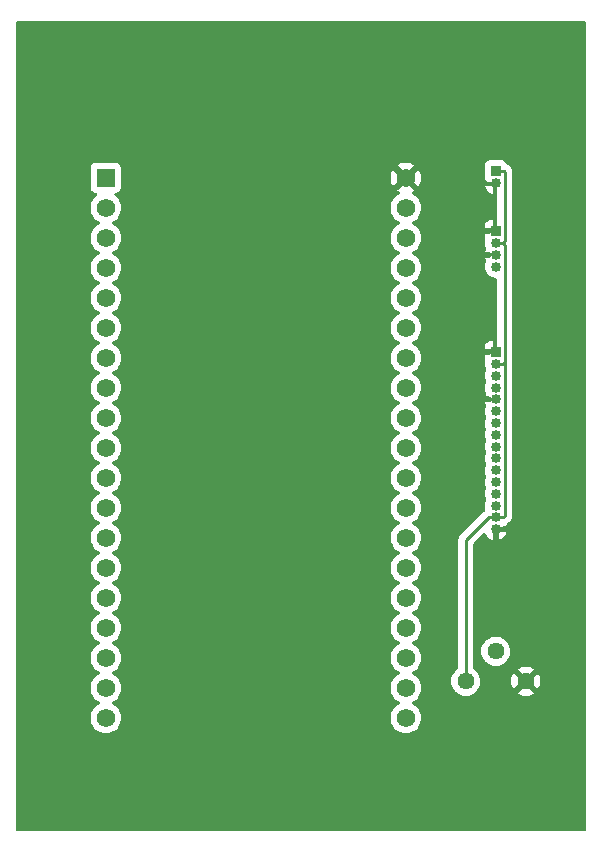
<source format=gbr>
%TF.GenerationSoftware,KiCad,Pcbnew,(6.0.4)*%
%TF.CreationDate,2023-04-09T21:12:40+08:00*%
%TF.ProjectId,KiCad,4b694361-642e-46b6-9963-61645f706362,rev?*%
%TF.SameCoordinates,Original*%
%TF.FileFunction,Copper,L1,Top*%
%TF.FilePolarity,Positive*%
%FSLAX46Y46*%
G04 Gerber Fmt 4.6, Leading zero omitted, Abs format (unit mm)*
G04 Created by KiCad (PCBNEW (6.0.4)) date 2023-04-09 21:12:40*
%MOMM*%
%LPD*%
G01*
G04 APERTURE LIST*
%TA.AperFunction,ComponentPad*%
%ADD10R,0.850000X0.850000*%
%TD*%
%TA.AperFunction,ComponentPad*%
%ADD11O,0.850000X0.850000*%
%TD*%
%TA.AperFunction,ComponentPad*%
%ADD12C,1.440000*%
%TD*%
%TA.AperFunction,ComponentPad*%
%ADD13R,1.560000X1.560000*%
%TD*%
%TA.AperFunction,ComponentPad*%
%ADD14C,1.560000*%
%TD*%
%TA.AperFunction,Conductor*%
%ADD15C,0.250000*%
%TD*%
G04 APERTURE END LIST*
D10*
%TO.P,J3,1,Pin_1*%
%TO.N,GND*%
X165100000Y-78820000D03*
D11*
%TO.P,J3,2,Pin_2*%
%TO.N,+5V*%
X165100000Y-79820000D03*
%TO.P,J3,3,Pin_3*%
%TO.N,Net-(J3-Pad3)*%
X165100000Y-80820000D03*
%TO.P,J3,4,Pin_4*%
%TO.N,Net-(J3-Pad4)*%
X165100000Y-81820000D03*
%TO.P,J3,5,Pin_5*%
%TO.N,GND*%
X165100000Y-82820000D03*
%TO.P,J3,6,Pin_6*%
%TO.N,Net-(J3-Pad6)*%
X165100000Y-83820000D03*
%TO.P,J3,7,Pin_7*%
%TO.N,unconnected-(J3-Pad7)*%
X165100000Y-84820000D03*
%TO.P,J3,8,Pin_8*%
%TO.N,unconnected-(J3-Pad8)*%
X165100000Y-85820000D03*
%TO.P,J3,9,Pin_9*%
%TO.N,unconnected-(J3-Pad9)*%
X165100000Y-86820000D03*
%TO.P,J3,10,Pin_10*%
%TO.N,unconnected-(J3-Pad10)*%
X165100000Y-87820000D03*
%TO.P,J3,11,Pin_11*%
%TO.N,Net-(J3-Pad11)*%
X165100000Y-88820000D03*
%TO.P,J3,12,Pin_12*%
%TO.N,Net-(J3-Pad12)*%
X165100000Y-89820000D03*
%TO.P,J3,13,Pin_13*%
%TO.N,Net-(J3-Pad13)*%
X165100000Y-90820000D03*
%TO.P,J3,14,Pin_14*%
%TO.N,Net-(J3-Pad14)*%
X165100000Y-91820000D03*
%TO.P,J3,15,Pin_15*%
%TO.N,+5V*%
X165100000Y-92820000D03*
%TO.P,J3,16,Pin_16*%
%TO.N,GND*%
X165100000Y-93820000D03*
%TD*%
D12*
%TO.P,RV1,1,1*%
%TO.N,GND*%
X167640000Y-106680000D03*
%TO.P,RV1,2,2*%
%TO.N,Net-(J3-Pad3)*%
X165100000Y-104140000D03*
%TO.P,RV1,3,3*%
%TO.N,+5V*%
X162560000Y-106680000D03*
%TD*%
D10*
%TO.P,J1,1,Pin_1*%
%TO.N,GND*%
X165100000Y-68580000D03*
D11*
%TO.P,J1,2,Pin_2*%
%TO.N,+5V*%
X165100000Y-69580000D03*
%TO.P,J1,3,Pin_3*%
%TO.N,GND*%
X165100000Y-70580000D03*
%TO.P,J1,4,Pin_4*%
%TO.N,Net-(U1-PadJ2-3)*%
X165100000Y-71580000D03*
%TD*%
D13*
%TO.P,U1,J2-1,3V3*%
%TO.N,unconnected-(U1-PadJ2-1)*%
X132080000Y-64060000D03*
D14*
%TO.P,U1,J2-2,EN*%
%TO.N,unconnected-(U1-PadJ2-2)*%
X132080000Y-66600000D03*
%TO.P,U1,J2-3,SENSOR_VP*%
%TO.N,Net-(U1-PadJ2-3)*%
X132080000Y-69140000D03*
%TO.P,U1,J2-4,SENSOR_VN*%
%TO.N,unconnected-(U1-PadJ2-4)*%
X132080000Y-71680000D03*
%TO.P,U1,J2-5,IO34*%
%TO.N,unconnected-(U1-PadJ2-5)*%
X132080000Y-74220000D03*
%TO.P,U1,J2-6,IO35*%
%TO.N,unconnected-(U1-PadJ2-6)*%
X132080000Y-76760000D03*
%TO.P,U1,J2-7,IO32*%
%TO.N,unconnected-(U1-PadJ2-7)*%
X132080000Y-79300000D03*
%TO.P,U1,J2-8,IO33*%
%TO.N,unconnected-(U1-PadJ2-8)*%
X132080000Y-81840000D03*
%TO.P,U1,J2-9,IO25*%
%TO.N,unconnected-(U1-PadJ2-9)*%
X132080000Y-84380000D03*
%TO.P,U1,J2-10,IO26*%
%TO.N,unconnected-(U1-PadJ2-10)*%
X132080000Y-86920000D03*
%TO.P,U1,J2-11,IO27*%
%TO.N,unconnected-(U1-PadJ2-11)*%
X132080000Y-89460000D03*
%TO.P,U1,J2-12,IO14*%
%TO.N,unconnected-(U1-PadJ2-12)*%
X132080000Y-92000000D03*
%TO.P,U1,J2-13,IO12*%
%TO.N,unconnected-(U1-PadJ2-13)*%
X132080000Y-94540000D03*
%TO.P,U1,J2-14,GND1*%
%TO.N,unconnected-(U1-PadJ2-14)*%
X132080000Y-97080000D03*
%TO.P,U1,J2-15,IO13*%
%TO.N,unconnected-(U1-PadJ2-15)*%
X132080000Y-99620000D03*
%TO.P,U1,J2-16,SD2*%
%TO.N,unconnected-(U1-PadJ2-16)*%
X132080000Y-102160000D03*
%TO.P,U1,J2-17,SD3*%
%TO.N,unconnected-(U1-PadJ2-17)*%
X132080000Y-104700000D03*
%TO.P,U1,J2-18,CMD*%
%TO.N,unconnected-(U1-PadJ2-18)*%
X132080000Y-107240000D03*
%TO.P,U1,J2-19,EXT_5V*%
%TO.N,+5V*%
X132080000Y-109780000D03*
%TO.P,U1,J3-1,GND3*%
%TO.N,GND*%
X157480000Y-64060000D03*
%TO.P,U1,J3-2,IO23*%
%TO.N,Net-(J3-Pad6)*%
X157480000Y-66600000D03*
%TO.P,U1,J3-3,IO22*%
%TO.N,unconnected-(U1-PadJ3-3)*%
X157480000Y-69140000D03*
%TO.P,U1,J3-4,TXD0*%
%TO.N,unconnected-(U1-PadJ3-4)*%
X157480000Y-71680000D03*
%TO.P,U1,J3-5,RXD0*%
%TO.N,unconnected-(U1-PadJ3-5)*%
X157480000Y-74220000D03*
%TO.P,U1,J3-6,IO21*%
%TO.N,unconnected-(U1-PadJ3-6)*%
X157480000Y-76760000D03*
%TO.P,U1,J3-7,GND2*%
%TO.N,unconnected-(U1-PadJ3-7)*%
X157480000Y-79300000D03*
%TO.P,U1,J3-8,IO19*%
%TO.N,Net-(J3-Pad4)*%
X157480000Y-81840000D03*
%TO.P,U1,J3-9,IO18*%
%TO.N,Net-(J3-Pad11)*%
X157480000Y-84380000D03*
%TO.P,U1,J3-10,IO5*%
%TO.N,unconnected-(U1-PadJ3-10)*%
X157480000Y-86920000D03*
%TO.P,U1,J3-11,IO17*%
%TO.N,Net-(J3-Pad12)*%
X157480000Y-89460000D03*
%TO.P,U1,J3-12,IO16*%
%TO.N,Net-(J3-Pad13)*%
X157480000Y-92000000D03*
%TO.P,U1,J3-13,IO4*%
%TO.N,unconnected-(U1-PadJ3-13)*%
X157480000Y-94540000D03*
%TO.P,U1,J3-14,IO0*%
%TO.N,unconnected-(U1-PadJ3-14)*%
X157480000Y-97080000D03*
%TO.P,U1,J3-15,IO2*%
%TO.N,Net-(J3-Pad14)*%
X157480000Y-99620000D03*
%TO.P,U1,J3-16,IO15*%
%TO.N,unconnected-(U1-PadJ3-16)*%
X157480000Y-102160000D03*
%TO.P,U1,J3-17,SD1*%
%TO.N,unconnected-(U1-PadJ3-17)*%
X157480000Y-104700000D03*
%TO.P,U1,J3-18,SD0*%
%TO.N,unconnected-(U1-PadJ3-18)*%
X157480000Y-107240000D03*
%TO.P,U1,J3-19,CLK*%
%TO.N,unconnected-(U1-PadJ3-19)*%
X157480000Y-109780000D03*
%TD*%
D10*
%TO.P,J2,1,Pin_1*%
%TO.N,+5V*%
X165100000Y-63500000D03*
D11*
%TO.P,J2,2,Pin_2*%
%TO.N,GND*%
X165100000Y-64500000D03*
%TD*%
D15*
%TO.N,+5V*%
X165849511Y-63574511D02*
X165775000Y-63500000D01*
X165849511Y-79671529D02*
X165849511Y-70370489D01*
X165100000Y-92820000D02*
X165701040Y-92820000D01*
X164498960Y-92820000D02*
X165100000Y-92820000D01*
X165701040Y-69580000D02*
X165849511Y-69431529D01*
X165701040Y-69580000D02*
X165100000Y-69580000D01*
X165849511Y-69728471D02*
X165701040Y-69580000D01*
X165701040Y-79820000D02*
X165100000Y-79820000D01*
X165849511Y-70370489D02*
X165849511Y-69728471D01*
X162560000Y-94758960D02*
X164498960Y-92820000D01*
X165849511Y-69431529D02*
X165849511Y-63574511D01*
X165701040Y-92820000D02*
X165849511Y-92671529D01*
X162560000Y-106680000D02*
X162560000Y-94758960D01*
X165849511Y-79671529D02*
X165701040Y-79820000D01*
X165849511Y-92671529D02*
X165849511Y-70370489D01*
X165775000Y-63500000D02*
X165100000Y-63500000D01*
%TO.N,GND*%
X157480000Y-64060000D02*
X157920000Y-64500000D01*
X165100000Y-70580000D02*
X165095489Y-70575489D01*
%TO.N,Net-(J3-Pad4)*%
X157500000Y-81820000D02*
X157480000Y-81840000D01*
%TO.N,Net-(J3-Pad12)*%
X157840000Y-89820000D02*
X157480000Y-89460000D01*
%TO.N,Net-(J3-Pad14)*%
X157480000Y-99620000D02*
X157480000Y-99189511D01*
X164849511Y-91820000D02*
X165100000Y-91820000D01*
%TD*%
%TA.AperFunction,Conductor*%
%TO.N,GND*%
G36*
X172662121Y-50820002D02*
G01*
X172708614Y-50873658D01*
X172720000Y-50926000D01*
X172720000Y-119254000D01*
X172699998Y-119322121D01*
X172646342Y-119368614D01*
X172594000Y-119380000D01*
X124586000Y-119380000D01*
X124517879Y-119359998D01*
X124471386Y-119306342D01*
X124460000Y-119254000D01*
X124460000Y-109780000D01*
X130786578Y-109780000D01*
X130806228Y-110004600D01*
X130864581Y-110222376D01*
X130959864Y-110426711D01*
X131089181Y-110611396D01*
X131248604Y-110770819D01*
X131433289Y-110900136D01*
X131438267Y-110902457D01*
X131438270Y-110902459D01*
X131632642Y-110993096D01*
X131637624Y-110995419D01*
X131642932Y-110996841D01*
X131642934Y-110996842D01*
X131850085Y-111052348D01*
X131850087Y-111052348D01*
X131855400Y-111053772D01*
X132080000Y-111073422D01*
X132304600Y-111053772D01*
X132309913Y-111052348D01*
X132309915Y-111052348D01*
X132517066Y-110996842D01*
X132517068Y-110996841D01*
X132522376Y-110995419D01*
X132527358Y-110993096D01*
X132721730Y-110902459D01*
X132721733Y-110902457D01*
X132726711Y-110900136D01*
X132911396Y-110770819D01*
X133070819Y-110611396D01*
X133200136Y-110426711D01*
X133295419Y-110222376D01*
X133353772Y-110004600D01*
X133373422Y-109780000D01*
X156186578Y-109780000D01*
X156206228Y-110004600D01*
X156264581Y-110222376D01*
X156359864Y-110426711D01*
X156489181Y-110611396D01*
X156648604Y-110770819D01*
X156833289Y-110900136D01*
X156838267Y-110902457D01*
X156838270Y-110902459D01*
X157032642Y-110993096D01*
X157037624Y-110995419D01*
X157042932Y-110996841D01*
X157042934Y-110996842D01*
X157250085Y-111052348D01*
X157250087Y-111052348D01*
X157255400Y-111053772D01*
X157480000Y-111073422D01*
X157704600Y-111053772D01*
X157709913Y-111052348D01*
X157709915Y-111052348D01*
X157917066Y-110996842D01*
X157917068Y-110996841D01*
X157922376Y-110995419D01*
X157927358Y-110993096D01*
X158121730Y-110902459D01*
X158121733Y-110902457D01*
X158126711Y-110900136D01*
X158311396Y-110770819D01*
X158470819Y-110611396D01*
X158600136Y-110426711D01*
X158695419Y-110222376D01*
X158753772Y-110004600D01*
X158773422Y-109780000D01*
X158753772Y-109555400D01*
X158695419Y-109337624D01*
X158600136Y-109133289D01*
X158470819Y-108948604D01*
X158311396Y-108789181D01*
X158126711Y-108659864D01*
X158121733Y-108657543D01*
X158121730Y-108657541D01*
X158050219Y-108624195D01*
X157996934Y-108577277D01*
X157977473Y-108509000D01*
X157998015Y-108441040D01*
X158050219Y-108395805D01*
X158121730Y-108362459D01*
X158121733Y-108362457D01*
X158126711Y-108360136D01*
X158311396Y-108230819D01*
X158470819Y-108071396D01*
X158600136Y-107886711D01*
X158621804Y-107840245D01*
X158693096Y-107687358D01*
X158693097Y-107687357D01*
X158695419Y-107682376D01*
X158710879Y-107624681D01*
X158752348Y-107469915D01*
X158752348Y-107469913D01*
X158753772Y-107464600D01*
X158773422Y-107240000D01*
X158753772Y-107015400D01*
X158695419Y-106797624D01*
X158640570Y-106680000D01*
X161326807Y-106680000D01*
X161345542Y-106894142D01*
X161346966Y-106899455D01*
X161346966Y-106899457D01*
X161379502Y-107020880D01*
X161401178Y-107101777D01*
X161403500Y-107106757D01*
X161403501Y-107106759D01*
X161465633Y-107240000D01*
X161492024Y-107296596D01*
X161615319Y-107472681D01*
X161767319Y-107624681D01*
X161943403Y-107747976D01*
X161948381Y-107750297D01*
X161948384Y-107750299D01*
X162132231Y-107836028D01*
X162138223Y-107838822D01*
X162143531Y-107840244D01*
X162143533Y-107840245D01*
X162340543Y-107893034D01*
X162340545Y-107893034D01*
X162345858Y-107894458D01*
X162560000Y-107913193D01*
X162774142Y-107894458D01*
X162779455Y-107893034D01*
X162779457Y-107893034D01*
X162976467Y-107840245D01*
X162976469Y-107840244D01*
X162981777Y-107838822D01*
X162987769Y-107836028D01*
X163171616Y-107750299D01*
X163171619Y-107750297D01*
X163176597Y-107747976D01*
X163232802Y-107708621D01*
X166975933Y-107708621D01*
X166985227Y-107720635D01*
X167019146Y-107744385D01*
X167028641Y-107749868D01*
X167213413Y-107836028D01*
X167223705Y-107839774D01*
X167420632Y-107892540D01*
X167431425Y-107894443D01*
X167634525Y-107912212D01*
X167645475Y-107912212D01*
X167848575Y-107894443D01*
X167859368Y-107892540D01*
X168056295Y-107839774D01*
X168066587Y-107836028D01*
X168251359Y-107749868D01*
X168260854Y-107744385D01*
X168295607Y-107720051D01*
X168303983Y-107709572D01*
X168296916Y-107696127D01*
X167652811Y-107052021D01*
X167638868Y-107044408D01*
X167637034Y-107044539D01*
X167630420Y-107048790D01*
X166982360Y-107696851D01*
X166975933Y-107708621D01*
X163232802Y-107708621D01*
X163352681Y-107624681D01*
X163504681Y-107472681D01*
X163627976Y-107296596D01*
X163654368Y-107240000D01*
X163716499Y-107106759D01*
X163716500Y-107106757D01*
X163718822Y-107101777D01*
X163740499Y-107020880D01*
X163773034Y-106899457D01*
X163773034Y-106899455D01*
X163774458Y-106894142D01*
X163792714Y-106685475D01*
X166407788Y-106685475D01*
X166425557Y-106888575D01*
X166427460Y-106899368D01*
X166480226Y-107096295D01*
X166483972Y-107106587D01*
X166570135Y-107291364D01*
X166575613Y-107300850D01*
X166599949Y-107335607D01*
X166610428Y-107343983D01*
X166623872Y-107336917D01*
X167267979Y-106692811D01*
X167274356Y-106681132D01*
X168004408Y-106681132D01*
X168004539Y-106682966D01*
X168008790Y-106689580D01*
X168656851Y-107337640D01*
X168668621Y-107344067D01*
X168680635Y-107334772D01*
X168704387Y-107300850D01*
X168709865Y-107291364D01*
X168796028Y-107106587D01*
X168799774Y-107096295D01*
X168852540Y-106899368D01*
X168854443Y-106888575D01*
X168872212Y-106685475D01*
X168872212Y-106674525D01*
X168854443Y-106471425D01*
X168852540Y-106460632D01*
X168799774Y-106263705D01*
X168796028Y-106253413D01*
X168709865Y-106068636D01*
X168704387Y-106059150D01*
X168680051Y-106024393D01*
X168669572Y-106016017D01*
X168656128Y-106023083D01*
X168012021Y-106667189D01*
X168004408Y-106681132D01*
X167274356Y-106681132D01*
X167275592Y-106678868D01*
X167275461Y-106677034D01*
X167271210Y-106670420D01*
X166623149Y-106022360D01*
X166611379Y-106015933D01*
X166599365Y-106025228D01*
X166575613Y-106059150D01*
X166570135Y-106068636D01*
X166483972Y-106253413D01*
X166480226Y-106263705D01*
X166427460Y-106460632D01*
X166425557Y-106471425D01*
X166407788Y-106674525D01*
X166407788Y-106685475D01*
X163792714Y-106685475D01*
X163793193Y-106680000D01*
X163774458Y-106465858D01*
X163718822Y-106258223D01*
X163627976Y-106063404D01*
X163504681Y-105887319D01*
X163352681Y-105735319D01*
X163247230Y-105661482D01*
X163238394Y-105650428D01*
X166976017Y-105650428D01*
X166983083Y-105663872D01*
X167627189Y-106307979D01*
X167641132Y-106315592D01*
X167642966Y-106315461D01*
X167649580Y-106311210D01*
X168297640Y-105663149D01*
X168304067Y-105651379D01*
X168294773Y-105639365D01*
X168260854Y-105615615D01*
X168251359Y-105610132D01*
X168066587Y-105523972D01*
X168056295Y-105520226D01*
X167859368Y-105467460D01*
X167848575Y-105465557D01*
X167645475Y-105447788D01*
X167634525Y-105447788D01*
X167431425Y-105465557D01*
X167420632Y-105467460D01*
X167223705Y-105520226D01*
X167213413Y-105523972D01*
X167028636Y-105610135D01*
X167019150Y-105615613D01*
X166984393Y-105639949D01*
X166976017Y-105650428D01*
X163238394Y-105650428D01*
X163202901Y-105606025D01*
X163193500Y-105558269D01*
X163193500Y-104140000D01*
X163866807Y-104140000D01*
X163885542Y-104354142D01*
X163886966Y-104359455D01*
X163886966Y-104359457D01*
X163919502Y-104480880D01*
X163941178Y-104561777D01*
X163943500Y-104566757D01*
X163943501Y-104566759D01*
X164005633Y-104700000D01*
X164032024Y-104756596D01*
X164155319Y-104932681D01*
X164307319Y-105084681D01*
X164483403Y-105207976D01*
X164488381Y-105210297D01*
X164488384Y-105210299D01*
X164673241Y-105296499D01*
X164678223Y-105298822D01*
X164683531Y-105300244D01*
X164683533Y-105300245D01*
X164880543Y-105353034D01*
X164880545Y-105353034D01*
X164885858Y-105354458D01*
X165100000Y-105373193D01*
X165314142Y-105354458D01*
X165319455Y-105353034D01*
X165319457Y-105353034D01*
X165516467Y-105300245D01*
X165516469Y-105300244D01*
X165521777Y-105298822D01*
X165526759Y-105296499D01*
X165711616Y-105210299D01*
X165711619Y-105210297D01*
X165716597Y-105207976D01*
X165892681Y-105084681D01*
X166044681Y-104932681D01*
X166167976Y-104756596D01*
X166194368Y-104700000D01*
X166256499Y-104566759D01*
X166256500Y-104566757D01*
X166258822Y-104561777D01*
X166280499Y-104480880D01*
X166313034Y-104359457D01*
X166313034Y-104359455D01*
X166314458Y-104354142D01*
X166333193Y-104140000D01*
X166314458Y-103925858D01*
X166258822Y-103718223D01*
X166167976Y-103523404D01*
X166044681Y-103347319D01*
X165892681Y-103195319D01*
X165716597Y-103072024D01*
X165711619Y-103069703D01*
X165711616Y-103069701D01*
X165526759Y-102983501D01*
X165526758Y-102983500D01*
X165521777Y-102981178D01*
X165516469Y-102979756D01*
X165516467Y-102979755D01*
X165319457Y-102926966D01*
X165319455Y-102926966D01*
X165314142Y-102925542D01*
X165100000Y-102906807D01*
X164885858Y-102925542D01*
X164880545Y-102926966D01*
X164880543Y-102926966D01*
X164683533Y-102979755D01*
X164683531Y-102979756D01*
X164678223Y-102981178D01*
X164673243Y-102983500D01*
X164673241Y-102983501D01*
X164488385Y-103069701D01*
X164488382Y-103069703D01*
X164483404Y-103072024D01*
X164307319Y-103195319D01*
X164155319Y-103347319D01*
X164032024Y-103523404D01*
X163941178Y-103718223D01*
X163885542Y-103925858D01*
X163866807Y-104140000D01*
X163193500Y-104140000D01*
X163193500Y-95073554D01*
X163213502Y-95005433D01*
X163230405Y-94984459D01*
X164043098Y-94171766D01*
X164105410Y-94137740D01*
X164176225Y-94142805D01*
X164233061Y-94185352D01*
X164242682Y-94201741D01*
X164242967Y-94201576D01*
X164337730Y-94365709D01*
X164345446Y-94376328D01*
X164467843Y-94512265D01*
X164477606Y-94521056D01*
X164625588Y-94628571D01*
X164636960Y-94635137D01*
X164804068Y-94709538D01*
X164816556Y-94713595D01*
X164828280Y-94716088D01*
X164842341Y-94715015D01*
X164846000Y-94705059D01*
X164846000Y-94701739D01*
X165354000Y-94701739D01*
X165357973Y-94715270D01*
X165368468Y-94716779D01*
X165383444Y-94713595D01*
X165395932Y-94709538D01*
X165563040Y-94635137D01*
X165574412Y-94628571D01*
X165722394Y-94521056D01*
X165732157Y-94512265D01*
X165854554Y-94376328D01*
X165862270Y-94365709D01*
X165953733Y-94207291D01*
X165959073Y-94195296D01*
X165992885Y-94091232D01*
X165993288Y-94077132D01*
X165986917Y-94074000D01*
X165372115Y-94074000D01*
X165356876Y-94078475D01*
X165355671Y-94079865D01*
X165354000Y-94087548D01*
X165354000Y-94701739D01*
X164846000Y-94701739D01*
X164846000Y-93875963D01*
X164866002Y-93807842D01*
X164919658Y-93761349D01*
X164989932Y-93751245D01*
X164994113Y-93751989D01*
X164995425Y-93752127D01*
X165001885Y-93753500D01*
X165198115Y-93753500D01*
X165204568Y-93752128D01*
X165204572Y-93752128D01*
X165294086Y-93733101D01*
X165390056Y-93712702D01*
X165396087Y-93710017D01*
X165563291Y-93635573D01*
X165563293Y-93635572D01*
X165569321Y-93632888D01*
X165628263Y-93590064D01*
X165695131Y-93566206D01*
X165702324Y-93566000D01*
X165980369Y-93566000D01*
X165993900Y-93562027D01*
X165994910Y-93555000D01*
X165979705Y-93508203D01*
X165977678Y-93437236D01*
X166014341Y-93376438D01*
X166025478Y-93367331D01*
X166044427Y-93353564D01*
X166054347Y-93347048D01*
X166085575Y-93328580D01*
X166085578Y-93328578D01*
X166092402Y-93324542D01*
X166106723Y-93310221D01*
X166121757Y-93297380D01*
X166131734Y-93290131D01*
X166138147Y-93285472D01*
X166166338Y-93251395D01*
X166174328Y-93242616D01*
X166241758Y-93175186D01*
X166250048Y-93167642D01*
X166256529Y-93163529D01*
X166303170Y-93113861D01*
X166305924Y-93111020D01*
X166325646Y-93091298D01*
X166328130Y-93088096D01*
X166335828Y-93079084D01*
X166360672Y-93052627D01*
X166366097Y-93046850D01*
X166375858Y-93029095D01*
X166386709Y-93012576D01*
X166399125Y-92996570D01*
X166416685Y-92955992D01*
X166421902Y-92945342D01*
X166443206Y-92906589D01*
X166448244Y-92886966D01*
X166454648Y-92868263D01*
X166459544Y-92856949D01*
X166459544Y-92856948D01*
X166462692Y-92849674D01*
X166463931Y-92841851D01*
X166463934Y-92841841D01*
X166469610Y-92806005D01*
X166472016Y-92794385D01*
X166481039Y-92759240D01*
X166481039Y-92759239D01*
X166483011Y-92751559D01*
X166483011Y-92731305D01*
X166484562Y-92711594D01*
X166486491Y-92699415D01*
X166487731Y-92691586D01*
X166483570Y-92647567D01*
X166483011Y-92635710D01*
X166483011Y-79731305D01*
X166484562Y-79711594D01*
X166486491Y-79699415D01*
X166487731Y-79691586D01*
X166483570Y-79647567D01*
X166483011Y-79635710D01*
X166483011Y-69807239D01*
X166483538Y-69796056D01*
X166485213Y-69788563D01*
X166483073Y-69720472D01*
X166483011Y-69716515D01*
X166483011Y-69688615D01*
X166482507Y-69684624D01*
X166481574Y-69672782D01*
X166480434Y-69636507D01*
X166480185Y-69628582D01*
X166477972Y-69620964D01*
X166475353Y-69611949D01*
X166474307Y-69545460D01*
X166481040Y-69519238D01*
X166481041Y-69519234D01*
X166483011Y-69511559D01*
X166483011Y-69491305D01*
X166484562Y-69471594D01*
X166486491Y-69459415D01*
X166487731Y-69451586D01*
X166483570Y-69407567D01*
X166483011Y-69395710D01*
X166483011Y-63653274D01*
X166483538Y-63642090D01*
X166485212Y-63634602D01*
X166483073Y-63566543D01*
X166483011Y-63562586D01*
X166483011Y-63534655D01*
X166482505Y-63530649D01*
X166481572Y-63518803D01*
X166480433Y-63482548D01*
X166480184Y-63474621D01*
X166474533Y-63455169D01*
X166470525Y-63435817D01*
X166468979Y-63423579D01*
X166468978Y-63423577D01*
X166467985Y-63415714D01*
X166451705Y-63374597D01*
X166447870Y-63363396D01*
X166435529Y-63320917D01*
X166431496Y-63314098D01*
X166431494Y-63314093D01*
X166425218Y-63303482D01*
X166416521Y-63285732D01*
X166409063Y-63266894D01*
X166383082Y-63231134D01*
X166376564Y-63221212D01*
X166358089Y-63189971D01*
X166358085Y-63189966D01*
X166354053Y-63183148D01*
X166339729Y-63168824D01*
X166326887Y-63153789D01*
X166314983Y-63137404D01*
X166284482Y-63112171D01*
X166269965Y-63097654D01*
X166267000Y-63092982D01*
X166217348Y-63046356D01*
X166214507Y-63043602D01*
X166194770Y-63023865D01*
X166191573Y-63021385D01*
X166182551Y-63013680D01*
X166156100Y-62988841D01*
X166150321Y-62983414D01*
X166143375Y-62979595D01*
X166143372Y-62979593D01*
X166132566Y-62973652D01*
X166116047Y-62962801D01*
X166108935Y-62957285D01*
X166100041Y-62950386D01*
X166092772Y-62947241D01*
X166092768Y-62947238D01*
X166059463Y-62932826D01*
X166048803Y-62927604D01*
X166044401Y-62925184D01*
X165994345Y-62874835D01*
X165987127Y-62859003D01*
X165978767Y-62836703D01*
X165975615Y-62828295D01*
X165888261Y-62711739D01*
X165771705Y-62624385D01*
X165635316Y-62573255D01*
X165573134Y-62566500D01*
X164626866Y-62566500D01*
X164564684Y-62573255D01*
X164428295Y-62624385D01*
X164311739Y-62711739D01*
X164224385Y-62828295D01*
X164173255Y-62964684D01*
X164166500Y-63026866D01*
X164166500Y-63973134D01*
X164173255Y-64035316D01*
X164182085Y-64058868D01*
X164209598Y-64132260D01*
X164214781Y-64203067D01*
X164211450Y-64215425D01*
X164207114Y-64228770D01*
X164206712Y-64242866D01*
X164213085Y-64246000D01*
X164219087Y-64246000D01*
X164287208Y-64266002D01*
X164307028Y-64281975D01*
X164311739Y-64288261D01*
X164428295Y-64375615D01*
X164564684Y-64426745D01*
X164626866Y-64433500D01*
X165090011Y-64433500D01*
X165158132Y-64453502D01*
X165204625Y-64507158D01*
X165216011Y-64559500D01*
X165216011Y-68520500D01*
X165196009Y-68588621D01*
X165142353Y-68635114D01*
X165090011Y-68646500D01*
X165001885Y-68646500D01*
X164995432Y-68647872D01*
X164995428Y-68647872D01*
X164905914Y-68666899D01*
X164809944Y-68687298D01*
X164803914Y-68689983D01*
X164803913Y-68689983D01*
X164636709Y-68764427D01*
X164636707Y-68764428D01*
X164630679Y-68767112D01*
X164625338Y-68770992D01*
X164625337Y-68770993D01*
X164571737Y-68809936D01*
X164504869Y-68833794D01*
X164497676Y-68834000D01*
X164185116Y-68834000D01*
X164169877Y-68838475D01*
X164168672Y-68839865D01*
X164167001Y-68847548D01*
X164167001Y-69049669D01*
X164167371Y-69056490D01*
X164172895Y-69107352D01*
X164176521Y-69122603D01*
X164209565Y-69210747D01*
X164214748Y-69281554D01*
X164211420Y-69293900D01*
X164181870Y-69384845D01*
X164161358Y-69580000D01*
X164181870Y-69775155D01*
X164183910Y-69781433D01*
X164183910Y-69781434D01*
X164188441Y-69795379D01*
X164242508Y-69961780D01*
X164245811Y-69967502D01*
X164245812Y-69967503D01*
X164274678Y-70017500D01*
X164291416Y-70086495D01*
X164274678Y-70143501D01*
X164246266Y-70192712D01*
X164240927Y-70204704D01*
X164207115Y-70308768D01*
X164206712Y-70322868D01*
X164213083Y-70326000D01*
X164497676Y-70326000D01*
X164565797Y-70346002D01*
X164571736Y-70350063D01*
X164630679Y-70392888D01*
X164636707Y-70395572D01*
X164636709Y-70395573D01*
X164792405Y-70464893D01*
X164846501Y-70510873D01*
X164867150Y-70578800D01*
X164847798Y-70647109D01*
X164792405Y-70695107D01*
X164636709Y-70764427D01*
X164636707Y-70764428D01*
X164630679Y-70767112D01*
X164625338Y-70770992D01*
X164625337Y-70770993D01*
X164571737Y-70809936D01*
X164504869Y-70833794D01*
X164497676Y-70834000D01*
X164219631Y-70834000D01*
X164206100Y-70837973D01*
X164205090Y-70845000D01*
X164240927Y-70955296D01*
X164246266Y-70967288D01*
X164274678Y-71016499D01*
X164291416Y-71085494D01*
X164274678Y-71142500D01*
X164242508Y-71198220D01*
X164181870Y-71384845D01*
X164161358Y-71580000D01*
X164181870Y-71775155D01*
X164242508Y-71961780D01*
X164340623Y-72131720D01*
X164471926Y-72277547D01*
X164477268Y-72281428D01*
X164477270Y-72281430D01*
X164539594Y-72326711D01*
X164630679Y-72392888D01*
X164636707Y-72395572D01*
X164636709Y-72395573D01*
X164803913Y-72470017D01*
X164809944Y-72472702D01*
X164905915Y-72493101D01*
X164995428Y-72512128D01*
X164995432Y-72512128D01*
X165001885Y-72513500D01*
X165090011Y-72513500D01*
X165158132Y-72533502D01*
X165204625Y-72587158D01*
X165216011Y-72639500D01*
X165216011Y-78760500D01*
X165196009Y-78828621D01*
X165142353Y-78875114D01*
X165090011Y-78886500D01*
X165001885Y-78886500D01*
X164995432Y-78887872D01*
X164995428Y-78887872D01*
X164905914Y-78906899D01*
X164809944Y-78927298D01*
X164803914Y-78929983D01*
X164803913Y-78929983D01*
X164636709Y-79004427D01*
X164636707Y-79004428D01*
X164630679Y-79007112D01*
X164625338Y-79010992D01*
X164625337Y-79010993D01*
X164571737Y-79049936D01*
X164504869Y-79073794D01*
X164497676Y-79074000D01*
X164185116Y-79074000D01*
X164169877Y-79078475D01*
X164168672Y-79079865D01*
X164167001Y-79087548D01*
X164167001Y-79289669D01*
X164167371Y-79296490D01*
X164172895Y-79347352D01*
X164176521Y-79362603D01*
X164209565Y-79450747D01*
X164214748Y-79521554D01*
X164211420Y-79533900D01*
X164181870Y-79624845D01*
X164161358Y-79820000D01*
X164181870Y-80015155D01*
X164242508Y-80201780D01*
X164245811Y-80207502D01*
X164245812Y-80207503D01*
X164274389Y-80257000D01*
X164291127Y-80325996D01*
X164274389Y-80383000D01*
X164251608Y-80422459D01*
X164242508Y-80438220D01*
X164181870Y-80624845D01*
X164161358Y-80820000D01*
X164181870Y-81015155D01*
X164242508Y-81201780D01*
X164245811Y-81207502D01*
X164245812Y-81207503D01*
X164274389Y-81257000D01*
X164291127Y-81325996D01*
X164274389Y-81383000D01*
X164242508Y-81438220D01*
X164181870Y-81624845D01*
X164161358Y-81820000D01*
X164181870Y-82015155D01*
X164183910Y-82021433D01*
X164183910Y-82021434D01*
X164217255Y-82124059D01*
X164242508Y-82201780D01*
X164245811Y-82207502D01*
X164245812Y-82207503D01*
X164274678Y-82257500D01*
X164291416Y-82326495D01*
X164274678Y-82383501D01*
X164246266Y-82432712D01*
X164240927Y-82444704D01*
X164207115Y-82548768D01*
X164206712Y-82562868D01*
X164213083Y-82566000D01*
X164497676Y-82566000D01*
X164565797Y-82586002D01*
X164571736Y-82590063D01*
X164630679Y-82632888D01*
X164636707Y-82635572D01*
X164636709Y-82635573D01*
X164792405Y-82704893D01*
X164846501Y-82750873D01*
X164867150Y-82818800D01*
X164847798Y-82887109D01*
X164792405Y-82935107D01*
X164636709Y-83004427D01*
X164636707Y-83004428D01*
X164630679Y-83007112D01*
X164625338Y-83010992D01*
X164625337Y-83010993D01*
X164571737Y-83049936D01*
X164504869Y-83073794D01*
X164497676Y-83074000D01*
X164219631Y-83074000D01*
X164206100Y-83077973D01*
X164205090Y-83085000D01*
X164240927Y-83195296D01*
X164246266Y-83207288D01*
X164274678Y-83256499D01*
X164291416Y-83325494D01*
X164274678Y-83382500D01*
X164242508Y-83438220D01*
X164181870Y-83624845D01*
X164161358Y-83820000D01*
X164181870Y-84015155D01*
X164242508Y-84201780D01*
X164245811Y-84207502D01*
X164245812Y-84207503D01*
X164274389Y-84257000D01*
X164291127Y-84325996D01*
X164274389Y-84383000D01*
X164242508Y-84438220D01*
X164240466Y-84444505D01*
X164190229Y-84599120D01*
X164181870Y-84624845D01*
X164161358Y-84820000D01*
X164181870Y-85015155D01*
X164183910Y-85021433D01*
X164183910Y-85021434D01*
X164217255Y-85124059D01*
X164242508Y-85201780D01*
X164245811Y-85207502D01*
X164245812Y-85207503D01*
X164274389Y-85257000D01*
X164291127Y-85325996D01*
X164274389Y-85383000D01*
X164242508Y-85438220D01*
X164181870Y-85624845D01*
X164161358Y-85820000D01*
X164181870Y-86015155D01*
X164242508Y-86201780D01*
X164245811Y-86207502D01*
X164245812Y-86207503D01*
X164274389Y-86257000D01*
X164291127Y-86325996D01*
X164274389Y-86383000D01*
X164242508Y-86438220D01*
X164181870Y-86624845D01*
X164161358Y-86820000D01*
X164181870Y-87015155D01*
X164242508Y-87201780D01*
X164245811Y-87207502D01*
X164245812Y-87207503D01*
X164274389Y-87257000D01*
X164291127Y-87325996D01*
X164274389Y-87383000D01*
X164242508Y-87438220D01*
X164181870Y-87624845D01*
X164161358Y-87820000D01*
X164181870Y-88015155D01*
X164183910Y-88021433D01*
X164183910Y-88021434D01*
X164201576Y-88075805D01*
X164242508Y-88201780D01*
X164245811Y-88207502D01*
X164245812Y-88207503D01*
X164274389Y-88257000D01*
X164291127Y-88325996D01*
X164274389Y-88383000D01*
X164242508Y-88438220D01*
X164181870Y-88624845D01*
X164161358Y-88820000D01*
X164181870Y-89015155D01*
X164183910Y-89021433D01*
X164183910Y-89021434D01*
X164217255Y-89124059D01*
X164242508Y-89201780D01*
X164245811Y-89207502D01*
X164245812Y-89207503D01*
X164274389Y-89257000D01*
X164291127Y-89325996D01*
X164274389Y-89383000D01*
X164242508Y-89438220D01*
X164181870Y-89624845D01*
X164161358Y-89820000D01*
X164181870Y-90015155D01*
X164242508Y-90201780D01*
X164245811Y-90207502D01*
X164245812Y-90207503D01*
X164274389Y-90257000D01*
X164291127Y-90325996D01*
X164274389Y-90383000D01*
X164242508Y-90438220D01*
X164181870Y-90624845D01*
X164161358Y-90820000D01*
X164181870Y-91015155D01*
X164242508Y-91201780D01*
X164245811Y-91207502D01*
X164245812Y-91207503D01*
X164274389Y-91257000D01*
X164291127Y-91325996D01*
X164274389Y-91383000D01*
X164242508Y-91438220D01*
X164181870Y-91624845D01*
X164161358Y-91820000D01*
X164162048Y-91826565D01*
X164180853Y-92005475D01*
X164181870Y-92015155D01*
X164183910Y-92021433D01*
X164183910Y-92021434D01*
X164219869Y-92132106D01*
X164221896Y-92203074D01*
X164185234Y-92263872D01*
X164174095Y-92272979D01*
X164155571Y-92286437D01*
X164145655Y-92292951D01*
X164107598Y-92315458D01*
X164093277Y-92329779D01*
X164078244Y-92342619D01*
X164061853Y-92354528D01*
X164056802Y-92360634D01*
X164033662Y-92388605D01*
X164025672Y-92397384D01*
X162167747Y-94255308D01*
X162159461Y-94262848D01*
X162152982Y-94266960D01*
X162147557Y-94272737D01*
X162106357Y-94316611D01*
X162103602Y-94319453D01*
X162083865Y-94339190D01*
X162081385Y-94342387D01*
X162073682Y-94351407D01*
X162043414Y-94383639D01*
X162039595Y-94390585D01*
X162039593Y-94390588D01*
X162033652Y-94401394D01*
X162022801Y-94417913D01*
X162010386Y-94433919D01*
X162007241Y-94441188D01*
X162007238Y-94441192D01*
X161992826Y-94474497D01*
X161987609Y-94485147D01*
X161966305Y-94523900D01*
X161964334Y-94531575D01*
X161964334Y-94531576D01*
X161961267Y-94543522D01*
X161954863Y-94562226D01*
X161946819Y-94580815D01*
X161945580Y-94588638D01*
X161945577Y-94588648D01*
X161939901Y-94624484D01*
X161937495Y-94636104D01*
X161926500Y-94678930D01*
X161926500Y-94699184D01*
X161924949Y-94718894D01*
X161921780Y-94738903D01*
X161922526Y-94746795D01*
X161925941Y-94782921D01*
X161926500Y-94794779D01*
X161926500Y-105558269D01*
X161906498Y-105626390D01*
X161872770Y-105661482D01*
X161767319Y-105735319D01*
X161615319Y-105887319D01*
X161492024Y-106063404D01*
X161401178Y-106258223D01*
X161345542Y-106465858D01*
X161326807Y-106680000D01*
X158640570Y-106680000D01*
X158600136Y-106593289D01*
X158470819Y-106408604D01*
X158311396Y-106249181D01*
X158126711Y-106119864D01*
X158121733Y-106117543D01*
X158121730Y-106117541D01*
X158050219Y-106084195D01*
X157996934Y-106037277D01*
X157977473Y-105969000D01*
X157998015Y-105901040D01*
X158050219Y-105855805D01*
X158121730Y-105822459D01*
X158121733Y-105822457D01*
X158126711Y-105820136D01*
X158311396Y-105690819D01*
X158470819Y-105531396D01*
X158600136Y-105346711D01*
X158621804Y-105300245D01*
X158693096Y-105147358D01*
X158693097Y-105147357D01*
X158695419Y-105142376D01*
X158710879Y-105084681D01*
X158752348Y-104929915D01*
X158752348Y-104929913D01*
X158753772Y-104924600D01*
X158773422Y-104700000D01*
X158753772Y-104475400D01*
X158695419Y-104257624D01*
X158600136Y-104053289D01*
X158470819Y-103868604D01*
X158311396Y-103709181D01*
X158126711Y-103579864D01*
X158121733Y-103577543D01*
X158121730Y-103577541D01*
X158050219Y-103544195D01*
X157996934Y-103497277D01*
X157977473Y-103429000D01*
X157998015Y-103361040D01*
X158050219Y-103315805D01*
X158121730Y-103282459D01*
X158121733Y-103282457D01*
X158126711Y-103280136D01*
X158311396Y-103150819D01*
X158470819Y-102991396D01*
X158600136Y-102806711D01*
X158695419Y-102602376D01*
X158753772Y-102384600D01*
X158773422Y-102160000D01*
X158753772Y-101935400D01*
X158695419Y-101717624D01*
X158600136Y-101513289D01*
X158470819Y-101328604D01*
X158311396Y-101169181D01*
X158126711Y-101039864D01*
X158121733Y-101037543D01*
X158121730Y-101037541D01*
X158050219Y-101004195D01*
X157996934Y-100957277D01*
X157977473Y-100889000D01*
X157998015Y-100821040D01*
X158050219Y-100775805D01*
X158121730Y-100742459D01*
X158121733Y-100742457D01*
X158126711Y-100740136D01*
X158311396Y-100610819D01*
X158470819Y-100451396D01*
X158600136Y-100266711D01*
X158695419Y-100062376D01*
X158753772Y-99844600D01*
X158773422Y-99620000D01*
X158753772Y-99395400D01*
X158695419Y-99177624D01*
X158600136Y-98973289D01*
X158470819Y-98788604D01*
X158311396Y-98629181D01*
X158126711Y-98499864D01*
X158121733Y-98497543D01*
X158121730Y-98497541D01*
X158050219Y-98464195D01*
X157996934Y-98417277D01*
X157977473Y-98349000D01*
X157998015Y-98281040D01*
X158050219Y-98235805D01*
X158121730Y-98202459D01*
X158121733Y-98202457D01*
X158126711Y-98200136D01*
X158311396Y-98070819D01*
X158470819Y-97911396D01*
X158600136Y-97726711D01*
X158695419Y-97522376D01*
X158753772Y-97304600D01*
X158773422Y-97080000D01*
X158753772Y-96855400D01*
X158695419Y-96637624D01*
X158600136Y-96433289D01*
X158470819Y-96248604D01*
X158311396Y-96089181D01*
X158126711Y-95959864D01*
X158121733Y-95957543D01*
X158121730Y-95957541D01*
X158050219Y-95924195D01*
X157996934Y-95877277D01*
X157977473Y-95809000D01*
X157998015Y-95741040D01*
X158050219Y-95695805D01*
X158121730Y-95662459D01*
X158121733Y-95662457D01*
X158126711Y-95660136D01*
X158311396Y-95530819D01*
X158470819Y-95371396D01*
X158600136Y-95186711D01*
X158684668Y-95005433D01*
X158693096Y-94987358D01*
X158693097Y-94987357D01*
X158695419Y-94982376D01*
X158753772Y-94764600D01*
X158773422Y-94540000D01*
X158753772Y-94315400D01*
X158752348Y-94310085D01*
X158696842Y-94102934D01*
X158696841Y-94102932D01*
X158695419Y-94097624D01*
X158693096Y-94092642D01*
X158602459Y-93898270D01*
X158602457Y-93898267D01*
X158600136Y-93893289D01*
X158470819Y-93708604D01*
X158311396Y-93549181D01*
X158126711Y-93419864D01*
X158121733Y-93417543D01*
X158121730Y-93417541D01*
X158050219Y-93384195D01*
X157996934Y-93337277D01*
X157977473Y-93269000D01*
X157998015Y-93201040D01*
X158050219Y-93155805D01*
X158121730Y-93122459D01*
X158121733Y-93122457D01*
X158126711Y-93120136D01*
X158311396Y-92990819D01*
X158470819Y-92831396D01*
X158600136Y-92646711D01*
X158695419Y-92442376D01*
X158747143Y-92249342D01*
X158752348Y-92229915D01*
X158752348Y-92229913D01*
X158753772Y-92224600D01*
X158773422Y-92000000D01*
X158753772Y-91775400D01*
X158713431Y-91624845D01*
X158696842Y-91562934D01*
X158696841Y-91562932D01*
X158695419Y-91557624D01*
X158639740Y-91438220D01*
X158602459Y-91358270D01*
X158602457Y-91358267D01*
X158600136Y-91353289D01*
X158470819Y-91168604D01*
X158311396Y-91009181D01*
X158126711Y-90879864D01*
X158121733Y-90877543D01*
X158121730Y-90877541D01*
X158050219Y-90844195D01*
X157996934Y-90797277D01*
X157977473Y-90729000D01*
X157998015Y-90661040D01*
X158050219Y-90615805D01*
X158121730Y-90582459D01*
X158121733Y-90582457D01*
X158126711Y-90580136D01*
X158311396Y-90450819D01*
X158470819Y-90291396D01*
X158600136Y-90106711D01*
X158639902Y-90021434D01*
X158693096Y-89907358D01*
X158693097Y-89907357D01*
X158695419Y-89902376D01*
X158753772Y-89684600D01*
X158773422Y-89460000D01*
X158753772Y-89235400D01*
X158744764Y-89201780D01*
X158696842Y-89022934D01*
X158696841Y-89022932D01*
X158695419Y-89017624D01*
X158606327Y-88826565D01*
X158602459Y-88818270D01*
X158602457Y-88818267D01*
X158600136Y-88813289D01*
X158470819Y-88628604D01*
X158311396Y-88469181D01*
X158126711Y-88339864D01*
X158121733Y-88337543D01*
X158121730Y-88337541D01*
X158050219Y-88304195D01*
X157996934Y-88257277D01*
X157977473Y-88189000D01*
X157998015Y-88121040D01*
X158050219Y-88075805D01*
X158121730Y-88042459D01*
X158121733Y-88042457D01*
X158126711Y-88040136D01*
X158311396Y-87910819D01*
X158470819Y-87751396D01*
X158600136Y-87566711D01*
X158660053Y-87438220D01*
X158693096Y-87367358D01*
X158693097Y-87367357D01*
X158695419Y-87362376D01*
X158723655Y-87257000D01*
X158752348Y-87149915D01*
X158752348Y-87149913D01*
X158753772Y-87144600D01*
X158773422Y-86920000D01*
X158753772Y-86695400D01*
X158734867Y-86624845D01*
X158696842Y-86482934D01*
X158696841Y-86482932D01*
X158695419Y-86477624D01*
X158693096Y-86472642D01*
X158602459Y-86278270D01*
X158602457Y-86278267D01*
X158600136Y-86273289D01*
X158470819Y-86088604D01*
X158311396Y-85929181D01*
X158126711Y-85799864D01*
X158121733Y-85797543D01*
X158121730Y-85797541D01*
X158050219Y-85764195D01*
X157996934Y-85717277D01*
X157977473Y-85649000D01*
X157998015Y-85581040D01*
X158050219Y-85535805D01*
X158121730Y-85502459D01*
X158121733Y-85502457D01*
X158126711Y-85500136D01*
X158311396Y-85370819D01*
X158470819Y-85211396D01*
X158600136Y-85026711D01*
X158608586Y-85008591D01*
X158693096Y-84827358D01*
X158693097Y-84827357D01*
X158695419Y-84822376D01*
X158748348Y-84624845D01*
X158752348Y-84609915D01*
X158752348Y-84609913D01*
X158753772Y-84604600D01*
X158773422Y-84380000D01*
X158753772Y-84155400D01*
X158717876Y-84021434D01*
X158696842Y-83942934D01*
X158696841Y-83942932D01*
X158695419Y-83937624D01*
X158693096Y-83932642D01*
X158602459Y-83738270D01*
X158602457Y-83738267D01*
X158600136Y-83733289D01*
X158470819Y-83548604D01*
X158311396Y-83389181D01*
X158126711Y-83259864D01*
X158121733Y-83257543D01*
X158121730Y-83257541D01*
X158050219Y-83224195D01*
X157996934Y-83177277D01*
X157977473Y-83109000D01*
X157998015Y-83041040D01*
X158050219Y-82995805D01*
X158121730Y-82962459D01*
X158121733Y-82962457D01*
X158126711Y-82960136D01*
X158311396Y-82830819D01*
X158470819Y-82671396D01*
X158600136Y-82486711D01*
X158695419Y-82282376D01*
X158753772Y-82064600D01*
X158773422Y-81840000D01*
X158753772Y-81615400D01*
X158695419Y-81397624D01*
X158688600Y-81383000D01*
X158602459Y-81198270D01*
X158602457Y-81198267D01*
X158600136Y-81193289D01*
X158470819Y-81008604D01*
X158311396Y-80849181D01*
X158126711Y-80719864D01*
X158121733Y-80717543D01*
X158121730Y-80717541D01*
X158050219Y-80684195D01*
X157996934Y-80637277D01*
X157977473Y-80569000D01*
X157998015Y-80501040D01*
X158050219Y-80455805D01*
X158121730Y-80422459D01*
X158121733Y-80422457D01*
X158126711Y-80420136D01*
X158311396Y-80290819D01*
X158470819Y-80131396D01*
X158600136Y-79946711D01*
X158659223Y-79820000D01*
X158693096Y-79747358D01*
X158693097Y-79747357D01*
X158695419Y-79742376D01*
X158698386Y-79731305D01*
X158752348Y-79529915D01*
X158752348Y-79529913D01*
X158753772Y-79524600D01*
X158773422Y-79300000D01*
X158753772Y-79075400D01*
X158714088Y-78927298D01*
X158696842Y-78862934D01*
X158696841Y-78862932D01*
X158695419Y-78857624D01*
X158681895Y-78828621D01*
X158602459Y-78658270D01*
X158602457Y-78658267D01*
X158600136Y-78653289D01*
X158526332Y-78547885D01*
X164167000Y-78547885D01*
X164171475Y-78563124D01*
X164172865Y-78564329D01*
X164180548Y-78566000D01*
X164827885Y-78566000D01*
X164843124Y-78561525D01*
X164844329Y-78560135D01*
X164846000Y-78552452D01*
X164846000Y-77905116D01*
X164841525Y-77889877D01*
X164840135Y-77888672D01*
X164832452Y-77887001D01*
X164630331Y-77887001D01*
X164623510Y-77887371D01*
X164572648Y-77892895D01*
X164557396Y-77896521D01*
X164436946Y-77941676D01*
X164421351Y-77950214D01*
X164319276Y-78026715D01*
X164306715Y-78039276D01*
X164230214Y-78141351D01*
X164221676Y-78156946D01*
X164176522Y-78277394D01*
X164172895Y-78292649D01*
X164167369Y-78343514D01*
X164167000Y-78350328D01*
X164167000Y-78547885D01*
X158526332Y-78547885D01*
X158470819Y-78468604D01*
X158311396Y-78309181D01*
X158126711Y-78179864D01*
X158121733Y-78177543D01*
X158121730Y-78177541D01*
X158050219Y-78144195D01*
X157996934Y-78097277D01*
X157977473Y-78029000D01*
X157998015Y-77961040D01*
X158050219Y-77915805D01*
X158121730Y-77882459D01*
X158121733Y-77882457D01*
X158126711Y-77880136D01*
X158311396Y-77750819D01*
X158470819Y-77591396D01*
X158600136Y-77406711D01*
X158695419Y-77202376D01*
X158753772Y-76984600D01*
X158773422Y-76760000D01*
X158753772Y-76535400D01*
X158695419Y-76317624D01*
X158600136Y-76113289D01*
X158470819Y-75928604D01*
X158311396Y-75769181D01*
X158126711Y-75639864D01*
X158121733Y-75637543D01*
X158121730Y-75637541D01*
X158050219Y-75604195D01*
X157996934Y-75557277D01*
X157977473Y-75489000D01*
X157998015Y-75421040D01*
X158050219Y-75375805D01*
X158121730Y-75342459D01*
X158121733Y-75342457D01*
X158126711Y-75340136D01*
X158311396Y-75210819D01*
X158470819Y-75051396D01*
X158600136Y-74866711D01*
X158695419Y-74662376D01*
X158753772Y-74444600D01*
X158773422Y-74220000D01*
X158753772Y-73995400D01*
X158695419Y-73777624D01*
X158600136Y-73573289D01*
X158470819Y-73388604D01*
X158311396Y-73229181D01*
X158126711Y-73099864D01*
X158121733Y-73097543D01*
X158121730Y-73097541D01*
X158050219Y-73064195D01*
X157996934Y-73017277D01*
X157977473Y-72949000D01*
X157998015Y-72881040D01*
X158050219Y-72835805D01*
X158121730Y-72802459D01*
X158121733Y-72802457D01*
X158126711Y-72800136D01*
X158311396Y-72670819D01*
X158470819Y-72511396D01*
X158600136Y-72326711D01*
X158695419Y-72122376D01*
X158753772Y-71904600D01*
X158773422Y-71680000D01*
X158753772Y-71455400D01*
X158734867Y-71384845D01*
X158696842Y-71242934D01*
X158696841Y-71242932D01*
X158695419Y-71237624D01*
X158693096Y-71232642D01*
X158602459Y-71038270D01*
X158602457Y-71038267D01*
X158600136Y-71033289D01*
X158470819Y-70848604D01*
X158311396Y-70689181D01*
X158126711Y-70559864D01*
X158121733Y-70557543D01*
X158121730Y-70557541D01*
X158050219Y-70524195D01*
X157996934Y-70477277D01*
X157977473Y-70409000D01*
X157998015Y-70341040D01*
X158050219Y-70295805D01*
X158121730Y-70262459D01*
X158121733Y-70262457D01*
X158126711Y-70260136D01*
X158311396Y-70130819D01*
X158470819Y-69971396D01*
X158600136Y-69786711D01*
X158608586Y-69768591D01*
X158693096Y-69587358D01*
X158693097Y-69587357D01*
X158695419Y-69582376D01*
X158714395Y-69511559D01*
X158752348Y-69369915D01*
X158752348Y-69369913D01*
X158753772Y-69364600D01*
X158773422Y-69140000D01*
X158753772Y-68915400D01*
X158735591Y-68847548D01*
X158696842Y-68702934D01*
X158696841Y-68702932D01*
X158695419Y-68697624D01*
X158672219Y-68647872D01*
X158602459Y-68498270D01*
X158602457Y-68498267D01*
X158600136Y-68493289D01*
X158470819Y-68308604D01*
X158470100Y-68307885D01*
X164167000Y-68307885D01*
X164171475Y-68323124D01*
X164172865Y-68324329D01*
X164180548Y-68326000D01*
X164827885Y-68326000D01*
X164843124Y-68321525D01*
X164844329Y-68320135D01*
X164846000Y-68312452D01*
X164846000Y-67665116D01*
X164841525Y-67649877D01*
X164840135Y-67648672D01*
X164832452Y-67647001D01*
X164630331Y-67647001D01*
X164623510Y-67647371D01*
X164572648Y-67652895D01*
X164557396Y-67656521D01*
X164436946Y-67701676D01*
X164421351Y-67710214D01*
X164319276Y-67786715D01*
X164306715Y-67799276D01*
X164230214Y-67901351D01*
X164221676Y-67916946D01*
X164176522Y-68037394D01*
X164172895Y-68052649D01*
X164167369Y-68103514D01*
X164167000Y-68110328D01*
X164167000Y-68307885D01*
X158470100Y-68307885D01*
X158311396Y-68149181D01*
X158126711Y-68019864D01*
X158121733Y-68017543D01*
X158121730Y-68017541D01*
X158050219Y-67984195D01*
X157996934Y-67937277D01*
X157977473Y-67869000D01*
X157998015Y-67801040D01*
X158050219Y-67755805D01*
X158121730Y-67722459D01*
X158121733Y-67722457D01*
X158126711Y-67720136D01*
X158311396Y-67590819D01*
X158470819Y-67431396D01*
X158600136Y-67246711D01*
X158695419Y-67042376D01*
X158753772Y-66824600D01*
X158773422Y-66600000D01*
X158753772Y-66375400D01*
X158695419Y-66157624D01*
X158600136Y-65953289D01*
X158470819Y-65768604D01*
X158311396Y-65609181D01*
X158126711Y-65479864D01*
X158121733Y-65477543D01*
X158121730Y-65477541D01*
X158049627Y-65443919D01*
X157996342Y-65397002D01*
X157976881Y-65328724D01*
X157997423Y-65260764D01*
X158049628Y-65215529D01*
X158121469Y-65182030D01*
X158130968Y-65176545D01*
X158178689Y-65143130D01*
X158187064Y-65132653D01*
X158179996Y-65119206D01*
X157492812Y-64432022D01*
X157478868Y-64424408D01*
X157477035Y-64424539D01*
X157470420Y-64428790D01*
X156779283Y-65119927D01*
X156772853Y-65131702D01*
X156782149Y-65143717D01*
X156829032Y-65176545D01*
X156838531Y-65182030D01*
X156910372Y-65215529D01*
X156963657Y-65262445D01*
X156983119Y-65330722D01*
X156962578Y-65398683D01*
X156910373Y-65443919D01*
X156838270Y-65477541D01*
X156838267Y-65477543D01*
X156833289Y-65479864D01*
X156648604Y-65609181D01*
X156489181Y-65768604D01*
X156359864Y-65953289D01*
X156264581Y-66157624D01*
X156206228Y-66375400D01*
X156186578Y-66600000D01*
X156206228Y-66824600D01*
X156264581Y-67042376D01*
X156359864Y-67246711D01*
X156489181Y-67431396D01*
X156648604Y-67590819D01*
X156833289Y-67720136D01*
X156838267Y-67722457D01*
X156838270Y-67722459D01*
X156909781Y-67755805D01*
X156963066Y-67802723D01*
X156982527Y-67871000D01*
X156961985Y-67938960D01*
X156909781Y-67984195D01*
X156838270Y-68017541D01*
X156838267Y-68017543D01*
X156833289Y-68019864D01*
X156648604Y-68149181D01*
X156489181Y-68308604D01*
X156359864Y-68493289D01*
X156357543Y-68498267D01*
X156357541Y-68498270D01*
X156287781Y-68647872D01*
X156264581Y-68697624D01*
X156263159Y-68702932D01*
X156263158Y-68702934D01*
X156224409Y-68847548D01*
X156206228Y-68915400D01*
X156186578Y-69140000D01*
X156206228Y-69364600D01*
X156207652Y-69369913D01*
X156207652Y-69369915D01*
X156245606Y-69511559D01*
X156264581Y-69582376D01*
X156266903Y-69587357D01*
X156266904Y-69587358D01*
X156351415Y-69768591D01*
X156359864Y-69786711D01*
X156489181Y-69971396D01*
X156648604Y-70130819D01*
X156833289Y-70260136D01*
X156838267Y-70262457D01*
X156838270Y-70262459D01*
X156909781Y-70295805D01*
X156963066Y-70342723D01*
X156982527Y-70411000D01*
X156961985Y-70478960D01*
X156909781Y-70524195D01*
X156838270Y-70557541D01*
X156838267Y-70557543D01*
X156833289Y-70559864D01*
X156648604Y-70689181D01*
X156489181Y-70848604D01*
X156359864Y-71033289D01*
X156357543Y-71038267D01*
X156357541Y-71038270D01*
X156266904Y-71232642D01*
X156264581Y-71237624D01*
X156263159Y-71242932D01*
X156263158Y-71242934D01*
X156225133Y-71384845D01*
X156206228Y-71455400D01*
X156186578Y-71680000D01*
X156206228Y-71904600D01*
X156264581Y-72122376D01*
X156359864Y-72326711D01*
X156489181Y-72511396D01*
X156648604Y-72670819D01*
X156833289Y-72800136D01*
X156838267Y-72802457D01*
X156838270Y-72802459D01*
X156909781Y-72835805D01*
X156963066Y-72882723D01*
X156982527Y-72951000D01*
X156961985Y-73018960D01*
X156909781Y-73064195D01*
X156838270Y-73097541D01*
X156838267Y-73097543D01*
X156833289Y-73099864D01*
X156648604Y-73229181D01*
X156489181Y-73388604D01*
X156359864Y-73573289D01*
X156264581Y-73777624D01*
X156206228Y-73995400D01*
X156186578Y-74220000D01*
X156206228Y-74444600D01*
X156264581Y-74662376D01*
X156359864Y-74866711D01*
X156489181Y-75051396D01*
X156648604Y-75210819D01*
X156833289Y-75340136D01*
X156838267Y-75342457D01*
X156838270Y-75342459D01*
X156909781Y-75375805D01*
X156963066Y-75422723D01*
X156982527Y-75491000D01*
X156961985Y-75558960D01*
X156909781Y-75604195D01*
X156838270Y-75637541D01*
X156838267Y-75637543D01*
X156833289Y-75639864D01*
X156648604Y-75769181D01*
X156489181Y-75928604D01*
X156359864Y-76113289D01*
X156264581Y-76317624D01*
X156206228Y-76535400D01*
X156186578Y-76760000D01*
X156206228Y-76984600D01*
X156264581Y-77202376D01*
X156359864Y-77406711D01*
X156489181Y-77591396D01*
X156648604Y-77750819D01*
X156833289Y-77880136D01*
X156838267Y-77882457D01*
X156838270Y-77882459D01*
X156909781Y-77915805D01*
X156963066Y-77962723D01*
X156982527Y-78031000D01*
X156961985Y-78098960D01*
X156909781Y-78144195D01*
X156838270Y-78177541D01*
X156838267Y-78177543D01*
X156833289Y-78179864D01*
X156648604Y-78309181D01*
X156489181Y-78468604D01*
X156359864Y-78653289D01*
X156357543Y-78658267D01*
X156357541Y-78658270D01*
X156278105Y-78828621D01*
X156264581Y-78857624D01*
X156263159Y-78862932D01*
X156263158Y-78862934D01*
X156245912Y-78927298D01*
X156206228Y-79075400D01*
X156186578Y-79300000D01*
X156206228Y-79524600D01*
X156207652Y-79529913D01*
X156207652Y-79529915D01*
X156261615Y-79731305D01*
X156264581Y-79742376D01*
X156266903Y-79747357D01*
X156266904Y-79747358D01*
X156300778Y-79820000D01*
X156359864Y-79946711D01*
X156489181Y-80131396D01*
X156648604Y-80290819D01*
X156833289Y-80420136D01*
X156838267Y-80422457D01*
X156838270Y-80422459D01*
X156909781Y-80455805D01*
X156963066Y-80502723D01*
X156982527Y-80571000D01*
X156961985Y-80638960D01*
X156909781Y-80684195D01*
X156838270Y-80717541D01*
X156838267Y-80717543D01*
X156833289Y-80719864D01*
X156648604Y-80849181D01*
X156489181Y-81008604D01*
X156359864Y-81193289D01*
X156357543Y-81198267D01*
X156357541Y-81198270D01*
X156271400Y-81383000D01*
X156264581Y-81397624D01*
X156206228Y-81615400D01*
X156186578Y-81840000D01*
X156206228Y-82064600D01*
X156264581Y-82282376D01*
X156359864Y-82486711D01*
X156489181Y-82671396D01*
X156648604Y-82830819D01*
X156833289Y-82960136D01*
X156838267Y-82962457D01*
X156838270Y-82962459D01*
X156909781Y-82995805D01*
X156963066Y-83042723D01*
X156982527Y-83111000D01*
X156961985Y-83178960D01*
X156909781Y-83224195D01*
X156838270Y-83257541D01*
X156838267Y-83257543D01*
X156833289Y-83259864D01*
X156648604Y-83389181D01*
X156489181Y-83548604D01*
X156359864Y-83733289D01*
X156357543Y-83738267D01*
X156357541Y-83738270D01*
X156266904Y-83932642D01*
X156264581Y-83937624D01*
X156263159Y-83942932D01*
X156263158Y-83942934D01*
X156242124Y-84021434D01*
X156206228Y-84155400D01*
X156186578Y-84380000D01*
X156206228Y-84604600D01*
X156207652Y-84609913D01*
X156207652Y-84609915D01*
X156211653Y-84624845D01*
X156264581Y-84822376D01*
X156266903Y-84827357D01*
X156266904Y-84827358D01*
X156351415Y-85008591D01*
X156359864Y-85026711D01*
X156489181Y-85211396D01*
X156648604Y-85370819D01*
X156833289Y-85500136D01*
X156838267Y-85502457D01*
X156838270Y-85502459D01*
X156909781Y-85535805D01*
X156963066Y-85582723D01*
X156982527Y-85651000D01*
X156961985Y-85718960D01*
X156909781Y-85764195D01*
X156838270Y-85797541D01*
X156838267Y-85797543D01*
X156833289Y-85799864D01*
X156648604Y-85929181D01*
X156489181Y-86088604D01*
X156359864Y-86273289D01*
X156357543Y-86278267D01*
X156357541Y-86278270D01*
X156266904Y-86472642D01*
X156264581Y-86477624D01*
X156263159Y-86482932D01*
X156263158Y-86482934D01*
X156225133Y-86624845D01*
X156206228Y-86695400D01*
X156186578Y-86920000D01*
X156206228Y-87144600D01*
X156207652Y-87149913D01*
X156207652Y-87149915D01*
X156236346Y-87257000D01*
X156264581Y-87362376D01*
X156266903Y-87367357D01*
X156266904Y-87367358D01*
X156299948Y-87438220D01*
X156359864Y-87566711D01*
X156489181Y-87751396D01*
X156648604Y-87910819D01*
X156833289Y-88040136D01*
X156838267Y-88042457D01*
X156838270Y-88042459D01*
X156909781Y-88075805D01*
X156963066Y-88122723D01*
X156982527Y-88191000D01*
X156961985Y-88258960D01*
X156909781Y-88304195D01*
X156838270Y-88337541D01*
X156838267Y-88337543D01*
X156833289Y-88339864D01*
X156648604Y-88469181D01*
X156489181Y-88628604D01*
X156359864Y-88813289D01*
X156357543Y-88818267D01*
X156357541Y-88818270D01*
X156353673Y-88826565D01*
X156264581Y-89017624D01*
X156263159Y-89022932D01*
X156263158Y-89022934D01*
X156215236Y-89201780D01*
X156206228Y-89235400D01*
X156186578Y-89460000D01*
X156206228Y-89684600D01*
X156264581Y-89902376D01*
X156266903Y-89907357D01*
X156266904Y-89907358D01*
X156320099Y-90021434D01*
X156359864Y-90106711D01*
X156489181Y-90291396D01*
X156648604Y-90450819D01*
X156833289Y-90580136D01*
X156838267Y-90582457D01*
X156838270Y-90582459D01*
X156909781Y-90615805D01*
X156963066Y-90662723D01*
X156982527Y-90731000D01*
X156961985Y-90798960D01*
X156909781Y-90844195D01*
X156838270Y-90877541D01*
X156838267Y-90877543D01*
X156833289Y-90879864D01*
X156648604Y-91009181D01*
X156489181Y-91168604D01*
X156359864Y-91353289D01*
X156357543Y-91358267D01*
X156357541Y-91358270D01*
X156320260Y-91438220D01*
X156264581Y-91557624D01*
X156263159Y-91562932D01*
X156263158Y-91562934D01*
X156246569Y-91624845D01*
X156206228Y-91775400D01*
X156186578Y-92000000D01*
X156206228Y-92224600D01*
X156207652Y-92229913D01*
X156207652Y-92229915D01*
X156212858Y-92249342D01*
X156264581Y-92442376D01*
X156359864Y-92646711D01*
X156489181Y-92831396D01*
X156648604Y-92990819D01*
X156833289Y-93120136D01*
X156838267Y-93122457D01*
X156838270Y-93122459D01*
X156909781Y-93155805D01*
X156963066Y-93202723D01*
X156982527Y-93271000D01*
X156961985Y-93338960D01*
X156909781Y-93384195D01*
X156838270Y-93417541D01*
X156838267Y-93417543D01*
X156833289Y-93419864D01*
X156648604Y-93549181D01*
X156489181Y-93708604D01*
X156359864Y-93893289D01*
X156357543Y-93898267D01*
X156357541Y-93898270D01*
X156266904Y-94092642D01*
X156264581Y-94097624D01*
X156263159Y-94102932D01*
X156263158Y-94102934D01*
X156207652Y-94310085D01*
X156206228Y-94315400D01*
X156186578Y-94540000D01*
X156206228Y-94764600D01*
X156264581Y-94982376D01*
X156266903Y-94987357D01*
X156266904Y-94987358D01*
X156275333Y-95005433D01*
X156359864Y-95186711D01*
X156489181Y-95371396D01*
X156648604Y-95530819D01*
X156833289Y-95660136D01*
X156838267Y-95662457D01*
X156838270Y-95662459D01*
X156909781Y-95695805D01*
X156963066Y-95742723D01*
X156982527Y-95811000D01*
X156961985Y-95878960D01*
X156909781Y-95924195D01*
X156838270Y-95957541D01*
X156838267Y-95957543D01*
X156833289Y-95959864D01*
X156648604Y-96089181D01*
X156489181Y-96248604D01*
X156359864Y-96433289D01*
X156264581Y-96637624D01*
X156206228Y-96855400D01*
X156186578Y-97080000D01*
X156206228Y-97304600D01*
X156264581Y-97522376D01*
X156359864Y-97726711D01*
X156489181Y-97911396D01*
X156648604Y-98070819D01*
X156833289Y-98200136D01*
X156838267Y-98202457D01*
X156838270Y-98202459D01*
X156909781Y-98235805D01*
X156963066Y-98282723D01*
X156982527Y-98351000D01*
X156961985Y-98418960D01*
X156909781Y-98464195D01*
X156838270Y-98497541D01*
X156838267Y-98497543D01*
X156833289Y-98499864D01*
X156648604Y-98629181D01*
X156489181Y-98788604D01*
X156359864Y-98973289D01*
X156264581Y-99177624D01*
X156206228Y-99395400D01*
X156186578Y-99620000D01*
X156206228Y-99844600D01*
X156264581Y-100062376D01*
X156359864Y-100266711D01*
X156489181Y-100451396D01*
X156648604Y-100610819D01*
X156833289Y-100740136D01*
X156838267Y-100742457D01*
X156838270Y-100742459D01*
X156909781Y-100775805D01*
X156963066Y-100822723D01*
X156982527Y-100891000D01*
X156961985Y-100958960D01*
X156909781Y-101004195D01*
X156838270Y-101037541D01*
X156838267Y-101037543D01*
X156833289Y-101039864D01*
X156648604Y-101169181D01*
X156489181Y-101328604D01*
X156359864Y-101513289D01*
X156264581Y-101717624D01*
X156206228Y-101935400D01*
X156186578Y-102160000D01*
X156206228Y-102384600D01*
X156264581Y-102602376D01*
X156359864Y-102806711D01*
X156489181Y-102991396D01*
X156648604Y-103150819D01*
X156833289Y-103280136D01*
X156838267Y-103282457D01*
X156838270Y-103282459D01*
X156909781Y-103315805D01*
X156963066Y-103362723D01*
X156982527Y-103431000D01*
X156961985Y-103498960D01*
X156909781Y-103544195D01*
X156838270Y-103577541D01*
X156838267Y-103577543D01*
X156833289Y-103579864D01*
X156648604Y-103709181D01*
X156489181Y-103868604D01*
X156359864Y-104053289D01*
X156264581Y-104257624D01*
X156206228Y-104475400D01*
X156186578Y-104700000D01*
X156206228Y-104924600D01*
X156207652Y-104929913D01*
X156207652Y-104929915D01*
X156249122Y-105084681D01*
X156264581Y-105142376D01*
X156266903Y-105147357D01*
X156266904Y-105147358D01*
X156338197Y-105300245D01*
X156359864Y-105346711D01*
X156489181Y-105531396D01*
X156648604Y-105690819D01*
X156833289Y-105820136D01*
X156838267Y-105822457D01*
X156838270Y-105822459D01*
X156909781Y-105855805D01*
X156963066Y-105902723D01*
X156982527Y-105971000D01*
X156961985Y-106038960D01*
X156909781Y-106084195D01*
X156838270Y-106117541D01*
X156838267Y-106117543D01*
X156833289Y-106119864D01*
X156648604Y-106249181D01*
X156489181Y-106408604D01*
X156359864Y-106593289D01*
X156264581Y-106797624D01*
X156206228Y-107015400D01*
X156186578Y-107240000D01*
X156206228Y-107464600D01*
X156207652Y-107469913D01*
X156207652Y-107469915D01*
X156249122Y-107624681D01*
X156264581Y-107682376D01*
X156266903Y-107687357D01*
X156266904Y-107687358D01*
X156338197Y-107840245D01*
X156359864Y-107886711D01*
X156489181Y-108071396D01*
X156648604Y-108230819D01*
X156833289Y-108360136D01*
X156838267Y-108362457D01*
X156838270Y-108362459D01*
X156909781Y-108395805D01*
X156963066Y-108442723D01*
X156982527Y-108511000D01*
X156961985Y-108578960D01*
X156909781Y-108624195D01*
X156838270Y-108657541D01*
X156838267Y-108657543D01*
X156833289Y-108659864D01*
X156648604Y-108789181D01*
X156489181Y-108948604D01*
X156359864Y-109133289D01*
X156264581Y-109337624D01*
X156206228Y-109555400D01*
X156186578Y-109780000D01*
X133373422Y-109780000D01*
X133353772Y-109555400D01*
X133295419Y-109337624D01*
X133200136Y-109133289D01*
X133070819Y-108948604D01*
X132911396Y-108789181D01*
X132726711Y-108659864D01*
X132721733Y-108657543D01*
X132721730Y-108657541D01*
X132650219Y-108624195D01*
X132596934Y-108577277D01*
X132577473Y-108509000D01*
X132598015Y-108441040D01*
X132650219Y-108395805D01*
X132721730Y-108362459D01*
X132721733Y-108362457D01*
X132726711Y-108360136D01*
X132911396Y-108230819D01*
X133070819Y-108071396D01*
X133200136Y-107886711D01*
X133221804Y-107840245D01*
X133293096Y-107687358D01*
X133293097Y-107687357D01*
X133295419Y-107682376D01*
X133310879Y-107624681D01*
X133352348Y-107469915D01*
X133352348Y-107469913D01*
X133353772Y-107464600D01*
X133373422Y-107240000D01*
X133353772Y-107015400D01*
X133295419Y-106797624D01*
X133200136Y-106593289D01*
X133070819Y-106408604D01*
X132911396Y-106249181D01*
X132726711Y-106119864D01*
X132721733Y-106117543D01*
X132721730Y-106117541D01*
X132650219Y-106084195D01*
X132596934Y-106037277D01*
X132577473Y-105969000D01*
X132598015Y-105901040D01*
X132650219Y-105855805D01*
X132721730Y-105822459D01*
X132721733Y-105822457D01*
X132726711Y-105820136D01*
X132911396Y-105690819D01*
X133070819Y-105531396D01*
X133200136Y-105346711D01*
X133221804Y-105300245D01*
X133293096Y-105147358D01*
X133293097Y-105147357D01*
X133295419Y-105142376D01*
X133310879Y-105084681D01*
X133352348Y-104929915D01*
X133352348Y-104929913D01*
X133353772Y-104924600D01*
X133373422Y-104700000D01*
X133353772Y-104475400D01*
X133295419Y-104257624D01*
X133200136Y-104053289D01*
X133070819Y-103868604D01*
X132911396Y-103709181D01*
X132726711Y-103579864D01*
X132721733Y-103577543D01*
X132721730Y-103577541D01*
X132650219Y-103544195D01*
X132596934Y-103497277D01*
X132577473Y-103429000D01*
X132598015Y-103361040D01*
X132650219Y-103315805D01*
X132721730Y-103282459D01*
X132721733Y-103282457D01*
X132726711Y-103280136D01*
X132911396Y-103150819D01*
X133070819Y-102991396D01*
X133200136Y-102806711D01*
X133295419Y-102602376D01*
X133353772Y-102384600D01*
X133373422Y-102160000D01*
X133353772Y-101935400D01*
X133295419Y-101717624D01*
X133200136Y-101513289D01*
X133070819Y-101328604D01*
X132911396Y-101169181D01*
X132726711Y-101039864D01*
X132721733Y-101037543D01*
X132721730Y-101037541D01*
X132650219Y-101004195D01*
X132596934Y-100957277D01*
X132577473Y-100889000D01*
X132598015Y-100821040D01*
X132650219Y-100775805D01*
X132721730Y-100742459D01*
X132721733Y-100742457D01*
X132726711Y-100740136D01*
X132911396Y-100610819D01*
X133070819Y-100451396D01*
X133200136Y-100266711D01*
X133295419Y-100062376D01*
X133353772Y-99844600D01*
X133373422Y-99620000D01*
X133353772Y-99395400D01*
X133295419Y-99177624D01*
X133200136Y-98973289D01*
X133070819Y-98788604D01*
X132911396Y-98629181D01*
X132726711Y-98499864D01*
X132721733Y-98497543D01*
X132721730Y-98497541D01*
X132650219Y-98464195D01*
X132596934Y-98417277D01*
X132577473Y-98349000D01*
X132598015Y-98281040D01*
X132650219Y-98235805D01*
X132721730Y-98202459D01*
X132721733Y-98202457D01*
X132726711Y-98200136D01*
X132911396Y-98070819D01*
X133070819Y-97911396D01*
X133200136Y-97726711D01*
X133295419Y-97522376D01*
X133353772Y-97304600D01*
X133373422Y-97080000D01*
X133353772Y-96855400D01*
X133295419Y-96637624D01*
X133200136Y-96433289D01*
X133070819Y-96248604D01*
X132911396Y-96089181D01*
X132726711Y-95959864D01*
X132721733Y-95957543D01*
X132721730Y-95957541D01*
X132650219Y-95924195D01*
X132596934Y-95877277D01*
X132577473Y-95809000D01*
X132598015Y-95741040D01*
X132650219Y-95695805D01*
X132721730Y-95662459D01*
X132721733Y-95662457D01*
X132726711Y-95660136D01*
X132911396Y-95530819D01*
X133070819Y-95371396D01*
X133200136Y-95186711D01*
X133284668Y-95005433D01*
X133293096Y-94987358D01*
X133293097Y-94987357D01*
X133295419Y-94982376D01*
X133353772Y-94764600D01*
X133373422Y-94540000D01*
X133353772Y-94315400D01*
X133352348Y-94310085D01*
X133296842Y-94102934D01*
X133296841Y-94102932D01*
X133295419Y-94097624D01*
X133293096Y-94092642D01*
X133202459Y-93898270D01*
X133202457Y-93898267D01*
X133200136Y-93893289D01*
X133070819Y-93708604D01*
X132911396Y-93549181D01*
X132726711Y-93419864D01*
X132721733Y-93417543D01*
X132721730Y-93417541D01*
X132650219Y-93384195D01*
X132596934Y-93337277D01*
X132577473Y-93269000D01*
X132598015Y-93201040D01*
X132650219Y-93155805D01*
X132721730Y-93122459D01*
X132721733Y-93122457D01*
X132726711Y-93120136D01*
X132911396Y-92990819D01*
X133070819Y-92831396D01*
X133200136Y-92646711D01*
X133295419Y-92442376D01*
X133347143Y-92249342D01*
X133352348Y-92229915D01*
X133352348Y-92229913D01*
X133353772Y-92224600D01*
X133373422Y-92000000D01*
X133353772Y-91775400D01*
X133313431Y-91624845D01*
X133296842Y-91562934D01*
X133296841Y-91562932D01*
X133295419Y-91557624D01*
X133239740Y-91438220D01*
X133202459Y-91358270D01*
X133202457Y-91358267D01*
X133200136Y-91353289D01*
X133070819Y-91168604D01*
X132911396Y-91009181D01*
X132726711Y-90879864D01*
X132721733Y-90877543D01*
X132721730Y-90877541D01*
X132650219Y-90844195D01*
X132596934Y-90797277D01*
X132577473Y-90729000D01*
X132598015Y-90661040D01*
X132650219Y-90615805D01*
X132721730Y-90582459D01*
X132721733Y-90582457D01*
X132726711Y-90580136D01*
X132911396Y-90450819D01*
X133070819Y-90291396D01*
X133200136Y-90106711D01*
X133239902Y-90021434D01*
X133293096Y-89907358D01*
X133293097Y-89907357D01*
X133295419Y-89902376D01*
X133353772Y-89684600D01*
X133373422Y-89460000D01*
X133353772Y-89235400D01*
X133344764Y-89201780D01*
X133296842Y-89022934D01*
X133296841Y-89022932D01*
X133295419Y-89017624D01*
X133206327Y-88826565D01*
X133202459Y-88818270D01*
X133202457Y-88818267D01*
X133200136Y-88813289D01*
X133070819Y-88628604D01*
X132911396Y-88469181D01*
X132726711Y-88339864D01*
X132721733Y-88337543D01*
X132721730Y-88337541D01*
X132650219Y-88304195D01*
X132596934Y-88257277D01*
X132577473Y-88189000D01*
X132598015Y-88121040D01*
X132650219Y-88075805D01*
X132721730Y-88042459D01*
X132721733Y-88042457D01*
X132726711Y-88040136D01*
X132911396Y-87910819D01*
X133070819Y-87751396D01*
X133200136Y-87566711D01*
X133260053Y-87438220D01*
X133293096Y-87367358D01*
X133293097Y-87367357D01*
X133295419Y-87362376D01*
X133323655Y-87257000D01*
X133352348Y-87149915D01*
X133352348Y-87149913D01*
X133353772Y-87144600D01*
X133373422Y-86920000D01*
X133353772Y-86695400D01*
X133334867Y-86624845D01*
X133296842Y-86482934D01*
X133296841Y-86482932D01*
X133295419Y-86477624D01*
X133293096Y-86472642D01*
X133202459Y-86278270D01*
X133202457Y-86278267D01*
X133200136Y-86273289D01*
X133070819Y-86088604D01*
X132911396Y-85929181D01*
X132726711Y-85799864D01*
X132721733Y-85797543D01*
X132721730Y-85797541D01*
X132650219Y-85764195D01*
X132596934Y-85717277D01*
X132577473Y-85649000D01*
X132598015Y-85581040D01*
X132650219Y-85535805D01*
X132721730Y-85502459D01*
X132721733Y-85502457D01*
X132726711Y-85500136D01*
X132911396Y-85370819D01*
X133070819Y-85211396D01*
X133200136Y-85026711D01*
X133208586Y-85008591D01*
X133293096Y-84827358D01*
X133293097Y-84827357D01*
X133295419Y-84822376D01*
X133348348Y-84624845D01*
X133352348Y-84609915D01*
X133352348Y-84609913D01*
X133353772Y-84604600D01*
X133373422Y-84380000D01*
X133353772Y-84155400D01*
X133317876Y-84021434D01*
X133296842Y-83942934D01*
X133296841Y-83942932D01*
X133295419Y-83937624D01*
X133293096Y-83932642D01*
X133202459Y-83738270D01*
X133202457Y-83738267D01*
X133200136Y-83733289D01*
X133070819Y-83548604D01*
X132911396Y-83389181D01*
X132726711Y-83259864D01*
X132721733Y-83257543D01*
X132721730Y-83257541D01*
X132650219Y-83224195D01*
X132596934Y-83177277D01*
X132577473Y-83109000D01*
X132598015Y-83041040D01*
X132650219Y-82995805D01*
X132721730Y-82962459D01*
X132721733Y-82962457D01*
X132726711Y-82960136D01*
X132911396Y-82830819D01*
X133070819Y-82671396D01*
X133200136Y-82486711D01*
X133295419Y-82282376D01*
X133353772Y-82064600D01*
X133373422Y-81840000D01*
X133353772Y-81615400D01*
X133295419Y-81397624D01*
X133288600Y-81383000D01*
X133202459Y-81198270D01*
X133202457Y-81198267D01*
X133200136Y-81193289D01*
X133070819Y-81008604D01*
X132911396Y-80849181D01*
X132726711Y-80719864D01*
X132721733Y-80717543D01*
X132721730Y-80717541D01*
X132650219Y-80684195D01*
X132596934Y-80637277D01*
X132577473Y-80569000D01*
X132598015Y-80501040D01*
X132650219Y-80455805D01*
X132721730Y-80422459D01*
X132721733Y-80422457D01*
X132726711Y-80420136D01*
X132911396Y-80290819D01*
X133070819Y-80131396D01*
X133200136Y-79946711D01*
X133259223Y-79820000D01*
X133293096Y-79747358D01*
X133293097Y-79747357D01*
X133295419Y-79742376D01*
X133298386Y-79731305D01*
X133352348Y-79529915D01*
X133352348Y-79529913D01*
X133353772Y-79524600D01*
X133373422Y-79300000D01*
X133353772Y-79075400D01*
X133314088Y-78927298D01*
X133296842Y-78862934D01*
X133296841Y-78862932D01*
X133295419Y-78857624D01*
X133281895Y-78828621D01*
X133202459Y-78658270D01*
X133202457Y-78658267D01*
X133200136Y-78653289D01*
X133070819Y-78468604D01*
X132911396Y-78309181D01*
X132726711Y-78179864D01*
X132721733Y-78177543D01*
X132721730Y-78177541D01*
X132650219Y-78144195D01*
X132596934Y-78097277D01*
X132577473Y-78029000D01*
X132598015Y-77961040D01*
X132650219Y-77915805D01*
X132721730Y-77882459D01*
X132721733Y-77882457D01*
X132726711Y-77880136D01*
X132911396Y-77750819D01*
X133070819Y-77591396D01*
X133200136Y-77406711D01*
X133295419Y-77202376D01*
X133353772Y-76984600D01*
X133373422Y-76760000D01*
X133353772Y-76535400D01*
X133295419Y-76317624D01*
X133200136Y-76113289D01*
X133070819Y-75928604D01*
X132911396Y-75769181D01*
X132726711Y-75639864D01*
X132721733Y-75637543D01*
X132721730Y-75637541D01*
X132650219Y-75604195D01*
X132596934Y-75557277D01*
X132577473Y-75489000D01*
X132598015Y-75421040D01*
X132650219Y-75375805D01*
X132721730Y-75342459D01*
X132721733Y-75342457D01*
X132726711Y-75340136D01*
X132911396Y-75210819D01*
X133070819Y-75051396D01*
X133200136Y-74866711D01*
X133295419Y-74662376D01*
X133353772Y-74444600D01*
X133373422Y-74220000D01*
X133353772Y-73995400D01*
X133295419Y-73777624D01*
X133200136Y-73573289D01*
X133070819Y-73388604D01*
X132911396Y-73229181D01*
X132726711Y-73099864D01*
X132721733Y-73097543D01*
X132721730Y-73097541D01*
X132650219Y-73064195D01*
X132596934Y-73017277D01*
X132577473Y-72949000D01*
X132598015Y-72881040D01*
X132650219Y-72835805D01*
X132721730Y-72802459D01*
X132721733Y-72802457D01*
X132726711Y-72800136D01*
X132911396Y-72670819D01*
X133070819Y-72511396D01*
X133200136Y-72326711D01*
X133295419Y-72122376D01*
X133353772Y-71904600D01*
X133373422Y-71680000D01*
X133353772Y-71455400D01*
X133334867Y-71384845D01*
X133296842Y-71242934D01*
X133296841Y-71242932D01*
X133295419Y-71237624D01*
X133293096Y-71232642D01*
X133202459Y-71038270D01*
X133202457Y-71038267D01*
X133200136Y-71033289D01*
X133070819Y-70848604D01*
X132911396Y-70689181D01*
X132726711Y-70559864D01*
X132721733Y-70557543D01*
X132721730Y-70557541D01*
X132650219Y-70524195D01*
X132596934Y-70477277D01*
X132577473Y-70409000D01*
X132598015Y-70341040D01*
X132650219Y-70295805D01*
X132721730Y-70262459D01*
X132721733Y-70262457D01*
X132726711Y-70260136D01*
X132911396Y-70130819D01*
X133070819Y-69971396D01*
X133200136Y-69786711D01*
X133208586Y-69768591D01*
X133293096Y-69587358D01*
X133293097Y-69587357D01*
X133295419Y-69582376D01*
X133314395Y-69511559D01*
X133352348Y-69369915D01*
X133352348Y-69369913D01*
X133353772Y-69364600D01*
X133373422Y-69140000D01*
X133353772Y-68915400D01*
X133335591Y-68847548D01*
X133296842Y-68702934D01*
X133296841Y-68702932D01*
X133295419Y-68697624D01*
X133272219Y-68647872D01*
X133202459Y-68498270D01*
X133202457Y-68498267D01*
X133200136Y-68493289D01*
X133070819Y-68308604D01*
X132911396Y-68149181D01*
X132726711Y-68019864D01*
X132721733Y-68017543D01*
X132721730Y-68017541D01*
X132650219Y-67984195D01*
X132596934Y-67937277D01*
X132577473Y-67869000D01*
X132598015Y-67801040D01*
X132650219Y-67755805D01*
X132721730Y-67722459D01*
X132721733Y-67722457D01*
X132726711Y-67720136D01*
X132911396Y-67590819D01*
X133070819Y-67431396D01*
X133200136Y-67246711D01*
X133295419Y-67042376D01*
X133353772Y-66824600D01*
X133373422Y-66600000D01*
X133353772Y-66375400D01*
X133295419Y-66157624D01*
X133200136Y-65953289D01*
X133070819Y-65768604D01*
X132911396Y-65609181D01*
X132863261Y-65575477D01*
X132818934Y-65520021D01*
X132811625Y-65449402D01*
X132843655Y-65386041D01*
X132904857Y-65350056D01*
X132921925Y-65347002D01*
X132932820Y-65345818D01*
X132970316Y-65341745D01*
X133106705Y-65290615D01*
X133223261Y-65203261D01*
X133310615Y-65086705D01*
X133361745Y-64950316D01*
X133368500Y-64888134D01*
X133368500Y-64065475D01*
X156187559Y-64065475D01*
X156206243Y-64279036D01*
X156208145Y-64289823D01*
X156263630Y-64496894D01*
X156267378Y-64507190D01*
X156357972Y-64701473D01*
X156363455Y-64710968D01*
X156396870Y-64758689D01*
X156407347Y-64767064D01*
X156420794Y-64759996D01*
X157107978Y-64072812D01*
X157114356Y-64061132D01*
X157844408Y-64061132D01*
X157844539Y-64062965D01*
X157848790Y-64069580D01*
X158539927Y-64760717D01*
X158551702Y-64767147D01*
X158554477Y-64765000D01*
X164205090Y-64765000D01*
X164240927Y-64875296D01*
X164246267Y-64887291D01*
X164337730Y-65045709D01*
X164345446Y-65056328D01*
X164467843Y-65192265D01*
X164477606Y-65201056D01*
X164625588Y-65308571D01*
X164636960Y-65315137D01*
X164804068Y-65389538D01*
X164816556Y-65393595D01*
X164828280Y-65396088D01*
X164842341Y-65395015D01*
X164846000Y-65385059D01*
X164846000Y-64772115D01*
X164841525Y-64756876D01*
X164840135Y-64755671D01*
X164832452Y-64754000D01*
X164219631Y-64754000D01*
X164206100Y-64757973D01*
X164205090Y-64765000D01*
X158554477Y-64765000D01*
X158563717Y-64757851D01*
X158596545Y-64710968D01*
X158602028Y-64701473D01*
X158692622Y-64507190D01*
X158696370Y-64496894D01*
X158751855Y-64289823D01*
X158753757Y-64279036D01*
X158772441Y-64065475D01*
X158772441Y-64054525D01*
X158753757Y-63840964D01*
X158751855Y-63830177D01*
X158696370Y-63623106D01*
X158692622Y-63612810D01*
X158602028Y-63418527D01*
X158596545Y-63409032D01*
X158563130Y-63361311D01*
X158552653Y-63352936D01*
X158539206Y-63360004D01*
X157852022Y-64047188D01*
X157844408Y-64061132D01*
X157114356Y-64061132D01*
X157115592Y-64058868D01*
X157115461Y-64057035D01*
X157111210Y-64050420D01*
X156420073Y-63359283D01*
X156408298Y-63352853D01*
X156396283Y-63362149D01*
X156363455Y-63409032D01*
X156357972Y-63418527D01*
X156267378Y-63612810D01*
X156263630Y-63623106D01*
X156208145Y-63830177D01*
X156206243Y-63840964D01*
X156187559Y-64054525D01*
X156187559Y-64065475D01*
X133368500Y-64065475D01*
X133368500Y-63231866D01*
X133361745Y-63169684D01*
X133310615Y-63033295D01*
X133276179Y-62987347D01*
X156772936Y-62987347D01*
X156780004Y-63000794D01*
X157467188Y-63687978D01*
X157481132Y-63695592D01*
X157482965Y-63695461D01*
X157489580Y-63691210D01*
X158180717Y-63000073D01*
X158187147Y-62988298D01*
X158177851Y-62976283D01*
X158130968Y-62943455D01*
X158121473Y-62937972D01*
X157927190Y-62847378D01*
X157916894Y-62843630D01*
X157709823Y-62788145D01*
X157699036Y-62786243D01*
X157485475Y-62767559D01*
X157474525Y-62767559D01*
X157260964Y-62786243D01*
X157250177Y-62788145D01*
X157043106Y-62843630D01*
X157032810Y-62847378D01*
X156838527Y-62937972D01*
X156829032Y-62943455D01*
X156781311Y-62976870D01*
X156772936Y-62987347D01*
X133276179Y-62987347D01*
X133223261Y-62916739D01*
X133106705Y-62829385D01*
X132970316Y-62778255D01*
X132908134Y-62771500D01*
X131251866Y-62771500D01*
X131189684Y-62778255D01*
X131053295Y-62829385D01*
X130936739Y-62916739D01*
X130849385Y-63033295D01*
X130798255Y-63169684D01*
X130791500Y-63231866D01*
X130791500Y-64888134D01*
X130798255Y-64950316D01*
X130849385Y-65086705D01*
X130936739Y-65203261D01*
X131053295Y-65290615D01*
X131189684Y-65341745D01*
X131227180Y-65345818D01*
X131238075Y-65347002D01*
X131303637Y-65374244D01*
X131344063Y-65432607D01*
X131346518Y-65503561D01*
X131310223Y-65564579D01*
X131296743Y-65575474D01*
X131248604Y-65609181D01*
X131089181Y-65768604D01*
X130959864Y-65953289D01*
X130864581Y-66157624D01*
X130806228Y-66375400D01*
X130786578Y-66600000D01*
X130806228Y-66824600D01*
X130864581Y-67042376D01*
X130959864Y-67246711D01*
X131089181Y-67431396D01*
X131248604Y-67590819D01*
X131433289Y-67720136D01*
X131438267Y-67722457D01*
X131438270Y-67722459D01*
X131509781Y-67755805D01*
X131563066Y-67802723D01*
X131582527Y-67871000D01*
X131561985Y-67938960D01*
X131509781Y-67984195D01*
X131438270Y-68017541D01*
X131438267Y-68017543D01*
X131433289Y-68019864D01*
X131248604Y-68149181D01*
X131089181Y-68308604D01*
X130959864Y-68493289D01*
X130957543Y-68498267D01*
X130957541Y-68498270D01*
X130887781Y-68647872D01*
X130864581Y-68697624D01*
X130863159Y-68702932D01*
X130863158Y-68702934D01*
X130824409Y-68847548D01*
X130806228Y-68915400D01*
X130786578Y-69140000D01*
X130806228Y-69364600D01*
X130807652Y-69369913D01*
X130807652Y-69369915D01*
X130845606Y-69511559D01*
X130864581Y-69582376D01*
X130866903Y-69587357D01*
X130866904Y-69587358D01*
X130951415Y-69768591D01*
X130959864Y-69786711D01*
X131089181Y-69971396D01*
X131248604Y-70130819D01*
X131433289Y-70260136D01*
X131438267Y-70262457D01*
X131438270Y-70262459D01*
X131509781Y-70295805D01*
X131563066Y-70342723D01*
X131582527Y-70411000D01*
X131561985Y-70478960D01*
X131509781Y-70524195D01*
X131438270Y-70557541D01*
X131438267Y-70557543D01*
X131433289Y-70559864D01*
X131248604Y-70689181D01*
X131089181Y-70848604D01*
X130959864Y-71033289D01*
X130957543Y-71038267D01*
X130957541Y-71038270D01*
X130866904Y-71232642D01*
X130864581Y-71237624D01*
X130863159Y-71242932D01*
X130863158Y-71242934D01*
X130825133Y-71384845D01*
X130806228Y-71455400D01*
X130786578Y-71680000D01*
X130806228Y-71904600D01*
X130864581Y-72122376D01*
X130959864Y-72326711D01*
X131089181Y-72511396D01*
X131248604Y-72670819D01*
X131433289Y-72800136D01*
X131438267Y-72802457D01*
X131438270Y-72802459D01*
X131509781Y-72835805D01*
X131563066Y-72882723D01*
X131582527Y-72951000D01*
X131561985Y-73018960D01*
X131509781Y-73064195D01*
X131438270Y-73097541D01*
X131438267Y-73097543D01*
X131433289Y-73099864D01*
X131248604Y-73229181D01*
X131089181Y-73388604D01*
X130959864Y-73573289D01*
X130864581Y-73777624D01*
X130806228Y-73995400D01*
X130786578Y-74220000D01*
X130806228Y-74444600D01*
X130864581Y-74662376D01*
X130959864Y-74866711D01*
X131089181Y-75051396D01*
X131248604Y-75210819D01*
X131433289Y-75340136D01*
X131438267Y-75342457D01*
X131438270Y-75342459D01*
X131509781Y-75375805D01*
X131563066Y-75422723D01*
X131582527Y-75491000D01*
X131561985Y-75558960D01*
X131509781Y-75604195D01*
X131438270Y-75637541D01*
X131438267Y-75637543D01*
X131433289Y-75639864D01*
X131248604Y-75769181D01*
X131089181Y-75928604D01*
X130959864Y-76113289D01*
X130864581Y-76317624D01*
X130806228Y-76535400D01*
X130786578Y-76760000D01*
X130806228Y-76984600D01*
X130864581Y-77202376D01*
X130959864Y-77406711D01*
X131089181Y-77591396D01*
X131248604Y-77750819D01*
X131433289Y-77880136D01*
X131438267Y-77882457D01*
X131438270Y-77882459D01*
X131509781Y-77915805D01*
X131563066Y-77962723D01*
X131582527Y-78031000D01*
X131561985Y-78098960D01*
X131509781Y-78144195D01*
X131438270Y-78177541D01*
X131438267Y-78177543D01*
X131433289Y-78179864D01*
X131248604Y-78309181D01*
X131089181Y-78468604D01*
X130959864Y-78653289D01*
X130957543Y-78658267D01*
X130957541Y-78658270D01*
X130878105Y-78828621D01*
X130864581Y-78857624D01*
X130863159Y-78862932D01*
X130863158Y-78862934D01*
X130845912Y-78927298D01*
X130806228Y-79075400D01*
X130786578Y-79300000D01*
X130806228Y-79524600D01*
X130807652Y-79529913D01*
X130807652Y-79529915D01*
X130861615Y-79731305D01*
X130864581Y-79742376D01*
X130866903Y-79747357D01*
X130866904Y-79747358D01*
X130900778Y-79820000D01*
X130959864Y-79946711D01*
X131089181Y-80131396D01*
X131248604Y-80290819D01*
X131433289Y-80420136D01*
X131438267Y-80422457D01*
X131438270Y-80422459D01*
X131509781Y-80455805D01*
X131563066Y-80502723D01*
X131582527Y-80571000D01*
X131561985Y-80638960D01*
X131509781Y-80684195D01*
X131438270Y-80717541D01*
X131438267Y-80717543D01*
X131433289Y-80719864D01*
X131248604Y-80849181D01*
X131089181Y-81008604D01*
X130959864Y-81193289D01*
X130957543Y-81198267D01*
X130957541Y-81198270D01*
X130871400Y-81383000D01*
X130864581Y-81397624D01*
X130806228Y-81615400D01*
X130786578Y-81840000D01*
X130806228Y-82064600D01*
X130864581Y-82282376D01*
X130959864Y-82486711D01*
X131089181Y-82671396D01*
X131248604Y-82830819D01*
X131433289Y-82960136D01*
X131438267Y-82962457D01*
X131438270Y-82962459D01*
X131509781Y-82995805D01*
X131563066Y-83042723D01*
X131582527Y-83111000D01*
X131561985Y-83178960D01*
X131509781Y-83224195D01*
X131438270Y-83257541D01*
X131438267Y-83257543D01*
X131433289Y-83259864D01*
X131248604Y-83389181D01*
X131089181Y-83548604D01*
X130959864Y-83733289D01*
X130957543Y-83738267D01*
X130957541Y-83738270D01*
X130866904Y-83932642D01*
X130864581Y-83937624D01*
X130863159Y-83942932D01*
X130863158Y-83942934D01*
X130842124Y-84021434D01*
X130806228Y-84155400D01*
X130786578Y-84380000D01*
X130806228Y-84604600D01*
X130807652Y-84609913D01*
X130807652Y-84609915D01*
X130811653Y-84624845D01*
X130864581Y-84822376D01*
X130866903Y-84827357D01*
X130866904Y-84827358D01*
X130951415Y-85008591D01*
X130959864Y-85026711D01*
X131089181Y-85211396D01*
X131248604Y-85370819D01*
X131433289Y-85500136D01*
X131438267Y-85502457D01*
X131438270Y-85502459D01*
X131509781Y-85535805D01*
X131563066Y-85582723D01*
X131582527Y-85651000D01*
X131561985Y-85718960D01*
X131509781Y-85764195D01*
X131438270Y-85797541D01*
X131438267Y-85797543D01*
X131433289Y-85799864D01*
X131248604Y-85929181D01*
X131089181Y-86088604D01*
X130959864Y-86273289D01*
X130957543Y-86278267D01*
X130957541Y-86278270D01*
X130866904Y-86472642D01*
X130864581Y-86477624D01*
X130863159Y-86482932D01*
X130863158Y-86482934D01*
X130825133Y-86624845D01*
X130806228Y-86695400D01*
X130786578Y-86920000D01*
X130806228Y-87144600D01*
X130807652Y-87149913D01*
X130807652Y-87149915D01*
X130836346Y-87257000D01*
X130864581Y-87362376D01*
X130866903Y-87367357D01*
X130866904Y-87367358D01*
X130899948Y-87438220D01*
X130959864Y-87566711D01*
X131089181Y-87751396D01*
X131248604Y-87910819D01*
X131433289Y-88040136D01*
X131438267Y-88042457D01*
X131438270Y-88042459D01*
X131509781Y-88075805D01*
X131563066Y-88122723D01*
X131582527Y-88191000D01*
X131561985Y-88258960D01*
X131509781Y-88304195D01*
X131438270Y-88337541D01*
X131438267Y-88337543D01*
X131433289Y-88339864D01*
X131248604Y-88469181D01*
X131089181Y-88628604D01*
X130959864Y-88813289D01*
X130957543Y-88818267D01*
X130957541Y-88818270D01*
X130953673Y-88826565D01*
X130864581Y-89017624D01*
X130863159Y-89022932D01*
X130863158Y-89022934D01*
X130815236Y-89201780D01*
X130806228Y-89235400D01*
X130786578Y-89460000D01*
X130806228Y-89684600D01*
X130864581Y-89902376D01*
X130866903Y-89907357D01*
X130866904Y-89907358D01*
X130920099Y-90021434D01*
X130959864Y-90106711D01*
X131089181Y-90291396D01*
X131248604Y-90450819D01*
X131433289Y-90580136D01*
X131438267Y-90582457D01*
X131438270Y-90582459D01*
X131509781Y-90615805D01*
X131563066Y-90662723D01*
X131582527Y-90731000D01*
X131561985Y-90798960D01*
X131509781Y-90844195D01*
X131438270Y-90877541D01*
X131438267Y-90877543D01*
X131433289Y-90879864D01*
X131248604Y-91009181D01*
X131089181Y-91168604D01*
X130959864Y-91353289D01*
X130957543Y-91358267D01*
X130957541Y-91358270D01*
X130920260Y-91438220D01*
X130864581Y-91557624D01*
X130863159Y-91562932D01*
X130863158Y-91562934D01*
X130846569Y-91624845D01*
X130806228Y-91775400D01*
X130786578Y-92000000D01*
X130806228Y-92224600D01*
X130807652Y-92229913D01*
X130807652Y-92229915D01*
X130812858Y-92249342D01*
X130864581Y-92442376D01*
X130959864Y-92646711D01*
X131089181Y-92831396D01*
X131248604Y-92990819D01*
X131433289Y-93120136D01*
X131438267Y-93122457D01*
X131438270Y-93122459D01*
X131509781Y-93155805D01*
X131563066Y-93202723D01*
X131582527Y-93271000D01*
X131561985Y-93338960D01*
X131509781Y-93384195D01*
X131438270Y-93417541D01*
X131438267Y-93417543D01*
X131433289Y-93419864D01*
X131248604Y-93549181D01*
X131089181Y-93708604D01*
X130959864Y-93893289D01*
X130957543Y-93898267D01*
X130957541Y-93898270D01*
X130866904Y-94092642D01*
X130864581Y-94097624D01*
X130863159Y-94102932D01*
X130863158Y-94102934D01*
X130807652Y-94310085D01*
X130806228Y-94315400D01*
X130786578Y-94540000D01*
X130806228Y-94764600D01*
X130864581Y-94982376D01*
X130866903Y-94987357D01*
X130866904Y-94987358D01*
X130875333Y-95005433D01*
X130959864Y-95186711D01*
X131089181Y-95371396D01*
X131248604Y-95530819D01*
X131433289Y-95660136D01*
X131438267Y-95662457D01*
X131438270Y-95662459D01*
X131509781Y-95695805D01*
X131563066Y-95742723D01*
X131582527Y-95811000D01*
X131561985Y-95878960D01*
X131509781Y-95924195D01*
X131438270Y-95957541D01*
X131438267Y-95957543D01*
X131433289Y-95959864D01*
X131248604Y-96089181D01*
X131089181Y-96248604D01*
X130959864Y-96433289D01*
X130864581Y-96637624D01*
X130806228Y-96855400D01*
X130786578Y-97080000D01*
X130806228Y-97304600D01*
X130864581Y-97522376D01*
X130959864Y-97726711D01*
X131089181Y-97911396D01*
X131248604Y-98070819D01*
X131433289Y-98200136D01*
X131438267Y-98202457D01*
X131438270Y-98202459D01*
X131509781Y-98235805D01*
X131563066Y-98282723D01*
X131582527Y-98351000D01*
X131561985Y-98418960D01*
X131509781Y-98464195D01*
X131438270Y-98497541D01*
X131438267Y-98497543D01*
X131433289Y-98499864D01*
X131248604Y-98629181D01*
X131089181Y-98788604D01*
X130959864Y-98973289D01*
X130864581Y-99177624D01*
X130806228Y-99395400D01*
X130786578Y-99620000D01*
X130806228Y-99844600D01*
X130864581Y-100062376D01*
X130959864Y-100266711D01*
X131089181Y-100451396D01*
X131248604Y-100610819D01*
X131433289Y-100740136D01*
X131438267Y-100742457D01*
X131438270Y-100742459D01*
X131509781Y-100775805D01*
X131563066Y-100822723D01*
X131582527Y-100891000D01*
X131561985Y-100958960D01*
X131509781Y-101004195D01*
X131438270Y-101037541D01*
X131438267Y-101037543D01*
X131433289Y-101039864D01*
X131248604Y-101169181D01*
X131089181Y-101328604D01*
X130959864Y-101513289D01*
X130864581Y-101717624D01*
X130806228Y-101935400D01*
X130786578Y-102160000D01*
X130806228Y-102384600D01*
X130864581Y-102602376D01*
X130959864Y-102806711D01*
X131089181Y-102991396D01*
X131248604Y-103150819D01*
X131433289Y-103280136D01*
X131438267Y-103282457D01*
X131438270Y-103282459D01*
X131509781Y-103315805D01*
X131563066Y-103362723D01*
X131582527Y-103431000D01*
X131561985Y-103498960D01*
X131509781Y-103544195D01*
X131438270Y-103577541D01*
X131438267Y-103577543D01*
X131433289Y-103579864D01*
X131248604Y-103709181D01*
X131089181Y-103868604D01*
X130959864Y-104053289D01*
X130864581Y-104257624D01*
X130806228Y-104475400D01*
X130786578Y-104700000D01*
X130806228Y-104924600D01*
X130807652Y-104929913D01*
X130807652Y-104929915D01*
X130849122Y-105084681D01*
X130864581Y-105142376D01*
X130866903Y-105147357D01*
X130866904Y-105147358D01*
X130938197Y-105300245D01*
X130959864Y-105346711D01*
X131089181Y-105531396D01*
X131248604Y-105690819D01*
X131433289Y-105820136D01*
X131438267Y-105822457D01*
X131438270Y-105822459D01*
X131509781Y-105855805D01*
X131563066Y-105902723D01*
X131582527Y-105971000D01*
X131561985Y-106038960D01*
X131509781Y-106084195D01*
X131438270Y-106117541D01*
X131438267Y-106117543D01*
X131433289Y-106119864D01*
X131248604Y-106249181D01*
X131089181Y-106408604D01*
X130959864Y-106593289D01*
X130864581Y-106797624D01*
X130806228Y-107015400D01*
X130786578Y-107240000D01*
X130806228Y-107464600D01*
X130807652Y-107469913D01*
X130807652Y-107469915D01*
X130849122Y-107624681D01*
X130864581Y-107682376D01*
X130866903Y-107687357D01*
X130866904Y-107687358D01*
X130938197Y-107840245D01*
X130959864Y-107886711D01*
X131089181Y-108071396D01*
X131248604Y-108230819D01*
X131433289Y-108360136D01*
X131438267Y-108362457D01*
X131438270Y-108362459D01*
X131509781Y-108395805D01*
X131563066Y-108442723D01*
X131582527Y-108511000D01*
X131561985Y-108578960D01*
X131509781Y-108624195D01*
X131438270Y-108657541D01*
X131438267Y-108657543D01*
X131433289Y-108659864D01*
X131248604Y-108789181D01*
X131089181Y-108948604D01*
X130959864Y-109133289D01*
X130864581Y-109337624D01*
X130806228Y-109555400D01*
X130786578Y-109780000D01*
X124460000Y-109780000D01*
X124460000Y-50926000D01*
X124480002Y-50857879D01*
X124533658Y-50811386D01*
X124586000Y-50800000D01*
X172594000Y-50800000D01*
X172662121Y-50820002D01*
G37*
%TD.AperFunction*%
%TD*%
M02*

</source>
